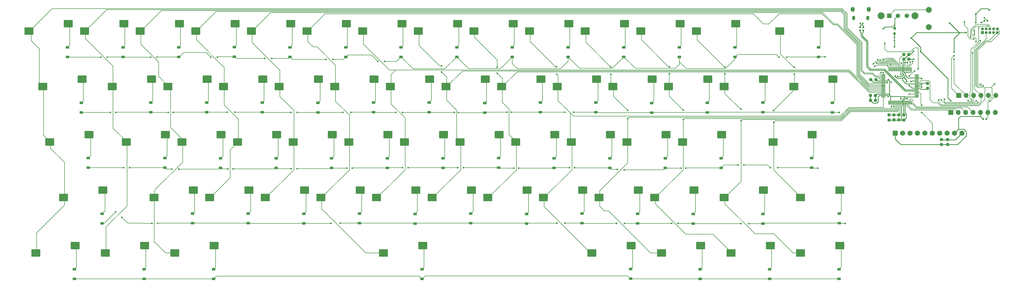
<source format=gbr>
%TF.GenerationSoftware,KiCad,Pcbnew,7.0.7*%
%TF.CreationDate,2023-10-31T18:53:21-05:00*%
%TF.ProjectId,KeyboardPCB,4b657962-6f61-4726-9450-43422e6b6963,rev?*%
%TF.SameCoordinates,Original*%
%TF.FileFunction,Copper,L2,Bot*%
%TF.FilePolarity,Positive*%
%FSLAX46Y46*%
G04 Gerber Fmt 4.6, Leading zero omitted, Abs format (unit mm)*
G04 Created by KiCad (PCBNEW 7.0.7) date 2023-10-31 18:53:21*
%MOMM*%
%LPD*%
G01*
G04 APERTURE LIST*
G04 Aperture macros list*
%AMRoundRect*
0 Rectangle with rounded corners*
0 $1 Rounding radius*
0 $2 $3 $4 $5 $6 $7 $8 $9 X,Y pos of 4 corners*
0 Add a 4 corners polygon primitive as box body*
4,1,4,$2,$3,$4,$5,$6,$7,$8,$9,$2,$3,0*
0 Add four circle primitives for the rounded corners*
1,1,$1+$1,$2,$3*
1,1,$1+$1,$4,$5*
1,1,$1+$1,$6,$7*
1,1,$1+$1,$8,$9*
0 Add four rect primitives between the rounded corners*
20,1,$1+$1,$2,$3,$4,$5,0*
20,1,$1+$1,$4,$5,$6,$7,0*
20,1,$1+$1,$6,$7,$8,$9,0*
20,1,$1+$1,$8,$9,$2,$3,0*%
G04 Aperture macros list end*
%TA.AperFunction,ComponentPad*%
%ADD10R,1.778000X1.778000*%
%TD*%
%TA.AperFunction,ComponentPad*%
%ADD11C,1.778000*%
%TD*%
%TA.AperFunction,SMDPad,CuDef*%
%ADD12RoundRect,0.200000X-1.340000X-1.050000X1.340000X-1.050000X1.340000X1.050000X-1.340000X1.050000X0*%
%TD*%
%TA.AperFunction,SMDPad,CuDef*%
%ADD13RoundRect,0.200000X-1.326500X-1.050000X1.326500X-1.050000X1.326500X1.050000X-1.326500X1.050000X0*%
%TD*%
%TA.AperFunction,SMDPad,CuDef*%
%ADD14RoundRect,0.201600X-1.338400X-1.058400X1.338400X-1.058400X1.338400X1.058400X-1.338400X1.058400X0*%
%TD*%
%TA.AperFunction,SMDPad,CuDef*%
%ADD15RoundRect,0.201600X-1.324900X-1.058400X1.324900X-1.058400X1.324900X1.058400X-1.324900X1.058400X0*%
%TD*%
%TA.AperFunction,ComponentPad*%
%ADD16R,1.700000X1.700000*%
%TD*%
%TA.AperFunction,ComponentPad*%
%ADD17O,1.700000X1.700000*%
%TD*%
%TA.AperFunction,ComponentPad*%
%ADD18R,1.000000X1.000000*%
%TD*%
%TA.AperFunction,ComponentPad*%
%ADD19O,1.000000X1.000000*%
%TD*%
%TA.AperFunction,ComponentPad*%
%ADD20R,1.515000X1.515000*%
%TD*%
%TA.AperFunction,ComponentPad*%
%ADD21C,1.515000*%
%TD*%
%TA.AperFunction,ComponentPad*%
%ADD22C,2.385000*%
%TD*%
%TA.AperFunction,ComponentPad*%
%ADD23O,1.350000X1.700000*%
%TD*%
%TA.AperFunction,ComponentPad*%
%ADD24O,1.100000X1.500000*%
%TD*%
%TA.AperFunction,SMDPad,CuDef*%
%ADD25RoundRect,0.225000X-0.375000X0.225000X-0.375000X-0.225000X0.375000X-0.225000X0.375000X0.225000X0*%
%TD*%
%TA.AperFunction,SMDPad,CuDef*%
%ADD26R,1.475000X0.300000*%
%TD*%
%TA.AperFunction,SMDPad,CuDef*%
%ADD27R,0.300000X1.475000*%
%TD*%
%TA.AperFunction,SMDPad,CuDef*%
%ADD28RoundRect,0.135000X-0.135000X-0.185000X0.135000X-0.185000X0.135000X0.185000X-0.135000X0.185000X0*%
%TD*%
%TA.AperFunction,SMDPad,CuDef*%
%ADD29RoundRect,0.237500X-0.237500X0.300000X-0.237500X-0.300000X0.237500X-0.300000X0.237500X0.300000X0*%
%TD*%
%TA.AperFunction,SMDPad,CuDef*%
%ADD30RoundRect,0.237500X0.237500X-0.300000X0.237500X0.300000X-0.237500X0.300000X-0.237500X-0.300000X0*%
%TD*%
%TA.AperFunction,SMDPad,CuDef*%
%ADD31RoundRect,0.135000X0.135000X0.185000X-0.135000X0.185000X-0.135000X-0.185000X0.135000X-0.185000X0*%
%TD*%
%TA.AperFunction,SMDPad,CuDef*%
%ADD32RoundRect,0.237500X-0.300000X-0.237500X0.300000X-0.237500X0.300000X0.237500X-0.300000X0.237500X0*%
%TD*%
%TA.AperFunction,SMDPad,CuDef*%
%ADD33RoundRect,0.135000X0.185000X-0.135000X0.185000X0.135000X-0.185000X0.135000X-0.185000X-0.135000X0*%
%TD*%
%TA.AperFunction,ComponentPad*%
%ADD34C,2.000000*%
%TD*%
%TA.AperFunction,SMDPad,CuDef*%
%ADD35RoundRect,0.237500X0.300000X0.237500X-0.300000X0.237500X-0.300000X-0.237500X0.300000X-0.237500X0*%
%TD*%
%TA.AperFunction,ViaPad*%
%ADD36C,0.600000*%
%TD*%
%TA.AperFunction,ViaPad*%
%ADD37C,1.000000*%
%TD*%
%TA.AperFunction,ViaPad*%
%ADD38C,0.950000*%
%TD*%
%TA.AperFunction,Conductor*%
%ADD39C,0.200000*%
%TD*%
%TA.AperFunction,Conductor*%
%ADD40C,0.254000*%
%TD*%
%TA.AperFunction,Conductor*%
%ADD41C,0.239500*%
%TD*%
%TA.AperFunction,Conductor*%
%ADD42C,0.177800*%
%TD*%
G04 APERTURE END LIST*
D10*
%TO.P,U3,1,LITE*%
%TO.N,/3V3*%
X658965000Y-216900000D03*
D11*
%TO.P,U3,2,MISO*%
%TO.N,/LCD_MISO*%
X661505000Y-216900000D03*
%TO.P,U3,3,SCK*%
%TO.N,/LCD_clk*%
X664045000Y-216900000D03*
%TO.P,U3,4,MOSI*%
%TO.N,/LCD_MOSI*%
X666585000Y-216900000D03*
%TO.P,U3,5,TFT_CS*%
%TO.N,/LCD_fs*%
X669125000Y-216900000D03*
%TO.P,U3,6,CARD_CS*%
%TO.N,/LCD_SD_Card*%
X671665000Y-216900000D03*
%TO.P,U3,7,D/C*%
%TO.N,/LCD_DC*%
X674205000Y-216900000D03*
%TO.P,U3,8,RESET*%
%TO.N,/LCD_Reset*%
X676745000Y-216900000D03*
%TO.P,U3,9,VCC*%
%TO.N,/3V3*%
X679285000Y-216900000D03*
%TO.P,U3,10,GND*%
%TO.N,GND*%
X681825000Y-216900000D03*
%TD*%
D12*
%TO.P,K39,1*%
%TO.N,/col10*%
X567035500Y-219964000D03*
D13*
%TO.P,K39,2*%
%TO.N,Net-(D53-K)*%
X580479000Y-217424000D03*
%TD*%
D12*
%TO.P,K4,1*%
%TO.N,/col3*%
X419398000Y-181864000D03*
D13*
%TO.P,K4,2*%
%TO.N,Net-(D16-K)*%
X432841500Y-179324000D03*
%TD*%
D12*
%TO.P,K38,1*%
%TO.N,/col9*%
X547985500Y-219964000D03*
D13*
%TO.P,K38,2*%
%TO.N,Net-(D48-K)*%
X561429000Y-217424000D03*
%TD*%
D12*
%TO.P,K32,1*%
%TO.N,/col3*%
X433685500Y-219964000D03*
D13*
%TO.P,K32,2*%
%TO.N,Net-(D18-K)*%
X447129000Y-217424000D03*
%TD*%
D14*
%TO.P,K56,1*%
%TO.N,/col1*%
X388444260Y-258074000D03*
D13*
%TO.P,K56,2*%
%TO.N,Net-(D10-K)*%
X401887760Y-255524000D03*
%TD*%
D12*
%TO.P,K50,1*%
%TO.N,/col9*%
X538460500Y-239014000D03*
D13*
%TO.P,K50,2*%
%TO.N,Net-(D49-K)*%
X551904000Y-236474000D03*
%TD*%
D12*
%TO.P,K46,1*%
%TO.N,/col5*%
X462260500Y-239014000D03*
D13*
%TO.P,K46,2*%
%TO.N,Net-(D29-K)*%
X475704000Y-236474000D03*
%TD*%
D12*
%TO.P,K17,1*%
%TO.N,/col2*%
X409873000Y-200914000D03*
D13*
%TO.P,K17,2*%
%TO.N,Net-(D12-K)*%
X423316500Y-198374000D03*
%TD*%
D12*
%TO.P,K14,1*%
%TO.N,/col13*%
X619423000Y-181864000D03*
D15*
%TO.P,K14,2*%
%TO.N,Net-(D66-K)*%
X632866500Y-179334000D03*
%TD*%
D12*
%TO.P,K2,1*%
%TO.N,/col1*%
X381298000Y-181864000D03*
D13*
%TO.P,K2,2*%
%TO.N,Net-(D6-K)*%
X394741500Y-179324000D03*
%TD*%
D12*
%TO.P,K48,1*%
%TO.N,/col7*%
X500360500Y-239014000D03*
D13*
%TO.P,K48,2*%
%TO.N,Net-(D39-K)*%
X513804000Y-236474000D03*
%TD*%
D16*
%TO.P,J3,1,Pin_1*%
%TO.N,/BGM220P_DEBUG_TX*%
X680673000Y-203979000D03*
D17*
%TO.P,J3,2,Pin_2*%
%TO.N,/BGM220P_DEBUG_RX*%
X683213000Y-203979000D03*
%TO.P,J3,3,Pin_3*%
%TO.N,/BLUETOOTH_RX*%
X685753000Y-203979000D03*
%TO.P,J3,4,Pin_4*%
%TO.N,/BLUETOOTH_TX*%
X688293000Y-203979000D03*
%TO.P,J3,5,Pin_5*%
%TO.N,/TM4C_DEBUG_TX*%
X690833000Y-203979000D03*
%TO.P,J3,6,Pin_6*%
%TO.N,/TM4C_DEBUG_RX*%
X693373000Y-203979000D03*
%TD*%
D12*
%TO.P,K23,1*%
%TO.N,/col8*%
X524173000Y-200914000D03*
D13*
%TO.P,K23,2*%
%TO.N,Net-(D42-K)*%
X537616500Y-198374000D03*
%TD*%
D12*
%TO.P,K1,1*%
%TO.N,/col0*%
X362248000Y-181864000D03*
D13*
%TO.P,K1,2*%
%TO.N,Net-(D1-K)*%
X375691500Y-179324000D03*
%TD*%
D12*
%TO.P,K31,1*%
%TO.N,/col2*%
X414635500Y-219964000D03*
D13*
%TO.P,K31,2*%
%TO.N,Net-(D13-K)*%
X428079000Y-217424000D03*
%TD*%
D12*
%TO.P,K51,1*%
%TO.N,/col10*%
X557510500Y-239014000D03*
D13*
%TO.P,K51,2*%
%TO.N,Net-(D54-K)*%
X570954000Y-236474000D03*
%TD*%
D14*
%TO.P,K54,1*%
%TO.N,/col13*%
X626508000Y-239024000D03*
D13*
%TO.P,K54,2*%
%TO.N,Net-(D69-K)*%
X639951500Y-236474000D03*
%TD*%
D14*
%TO.P,K61,1*%
%TO.N,/col11*%
X602695500Y-258074000D03*
D13*
%TO.P,K61,2*%
%TO.N,Net-(D60-K)*%
X616139000Y-255524000D03*
%TD*%
D12*
%TO.P,K29,1*%
%TO.N,/col0*%
X369393020Y-219964000D03*
D13*
%TO.P,K29,2*%
%TO.N,Net-(D3-K)*%
X382836520Y-217424000D03*
%TD*%
D12*
%TO.P,K33,1*%
%TO.N,/col4*%
X452735500Y-219964000D03*
D13*
%TO.P,K33,2*%
%TO.N,Net-(D23-K)*%
X466179000Y-217424000D03*
%TD*%
D12*
%TO.P,K8,1*%
%TO.N,/col7*%
X495598000Y-181864000D03*
D13*
%TO.P,K8,2*%
%TO.N,Net-(D36-K)*%
X509041500Y-179324000D03*
%TD*%
D12*
%TO.P,K44,1*%
%TO.N,/col3*%
X424160500Y-239014000D03*
D13*
%TO.P,K44,2*%
%TO.N,Net-(D19-K)*%
X437604000Y-236474000D03*
%TD*%
D12*
%TO.P,K3,1*%
%TO.N,/col2*%
X400348000Y-181864000D03*
D13*
%TO.P,K3,2*%
%TO.N,Net-(D11-K)*%
X413791500Y-179324000D03*
%TD*%
D12*
%TO.P,K5,1*%
%TO.N,/col4*%
X438448000Y-181864000D03*
D13*
%TO.P,K5,2*%
%TO.N,Net-(D21-K)*%
X451891500Y-179324000D03*
%TD*%
D12*
%TO.P,K10,1*%
%TO.N,/col9*%
X533698000Y-181864000D03*
D13*
%TO.P,K10,2*%
%TO.N,Net-(D46-K)*%
X547141500Y-179324000D03*
%TD*%
D12*
%TO.P,K28,1*%
%TO.N,/col13*%
X624185500Y-200914000D03*
D13*
%TO.P,K28,2*%
%TO.N,Net-(D67-K)*%
X637629000Y-198374000D03*
%TD*%
D12*
%TO.P,K7,1*%
%TO.N,/col6*%
X476548000Y-181864000D03*
D13*
%TO.P,K7,2*%
%TO.N,Net-(D31-K)*%
X489991500Y-179324000D03*
%TD*%
D14*
%TO.P,K59,1*%
%TO.N,/col9*%
X555070500Y-258074000D03*
D13*
%TO.P,K59,2*%
%TO.N,Net-(D50-K)*%
X568514000Y-255524000D03*
%TD*%
D12*
%TO.P,K11,1*%
%TO.N,/col10*%
X552748000Y-181864000D03*
D13*
%TO.P,K11,2*%
%TO.N,Net-(D51-K)*%
X566191500Y-179324000D03*
%TD*%
D12*
%TO.P,K18,1*%
%TO.N,/col3*%
X428923000Y-200914000D03*
D13*
%TO.P,K18,2*%
%TO.N,Net-(D17-K)*%
X442366500Y-198374000D03*
%TD*%
D12*
%TO.P,K40,1*%
%TO.N,/col11*%
X586085500Y-219964000D03*
D13*
%TO.P,K40,2*%
%TO.N,Net-(D58-K)*%
X599529000Y-217424000D03*
%TD*%
D12*
%TO.P,K16,1*%
%TO.N,/col1*%
X390823000Y-200914000D03*
D13*
%TO.P,K16,2*%
%TO.N,Net-(D7-K)*%
X404266500Y-198374000D03*
%TD*%
D12*
%TO.P,K6,1*%
%TO.N,/col5*%
X457498000Y-181864000D03*
D13*
%TO.P,K6,2*%
%TO.N,Net-(D26-K)*%
X470941500Y-179324000D03*
%TD*%
D12*
%TO.P,K37,1*%
%TO.N,/col8*%
X528935500Y-219964000D03*
D13*
%TO.P,K37,2*%
%TO.N,Net-(D43-K)*%
X542379000Y-217424000D03*
%TD*%
D12*
%TO.P,K35,1*%
%TO.N,/col6*%
X490835500Y-219964000D03*
D13*
%TO.P,K35,2*%
%TO.N,Net-(D33-K)*%
X504279000Y-217424000D03*
%TD*%
D12*
%TO.P,K21,1*%
%TO.N,/col6*%
X486073000Y-200914000D03*
D13*
%TO.P,K21,2*%
%TO.N,Net-(D32-K)*%
X499516500Y-198374000D03*
%TD*%
D12*
%TO.P,K13,1*%
%TO.N,/col12*%
X590848000Y-181864000D03*
D13*
%TO.P,K13,2*%
%TO.N,Net-(D61-K)*%
X604291500Y-179324000D03*
%TD*%
D12*
%TO.P,K53,1*%
%TO.N,/col12*%
X600373000Y-239014000D03*
D13*
%TO.P,K53,2*%
%TO.N,Net-(D64-K)*%
X613816500Y-236474000D03*
%TD*%
D14*
%TO.P,K58,1*%
%TO.N,/col5*%
X483685500Y-258074000D03*
D13*
%TO.P,K58,2*%
%TO.N,Net-(D30-K)*%
X497129000Y-255524000D03*
%TD*%
D12*
%TO.P,K19,1*%
%TO.N,/col4*%
X447973000Y-200914000D03*
D13*
%TO.P,K19,2*%
%TO.N,Net-(D22-K)*%
X461416500Y-198374000D03*
%TD*%
D12*
%TO.P,K47,1*%
%TO.N,/col6*%
X481310500Y-239014000D03*
D13*
%TO.P,K47,2*%
%TO.N,Net-(D34-K)*%
X494754000Y-236474000D03*
%TD*%
D18*
%TO.P,J4,1,Pin_1*%
%TO.N,/3V3*%
X688793000Y-182349000D03*
D19*
%TO.P,J4,2,Pin_2*%
%TO.N,GND*%
X688793000Y-181079000D03*
%TO.P,J4,3,Pin_3*%
%TO.N,/~{RESET}*%
X690063000Y-182349000D03*
%TO.P,J4,4,Pin_4*%
%TO.N,unconnected-(J4-Pin_4-Pad4)*%
X690063000Y-181079000D03*
%TO.P,J4,5,Pin_5*%
%TO.N,unconnected-(J4-Pin_5-Pad5)*%
X691333000Y-182349000D03*
%TO.P,J4,6,Pin_6*%
%TO.N,/BGM_SWO*%
X691333000Y-181079000D03*
%TO.P,J4,7,Pin_7*%
%TO.N,/BGM_SWDIO*%
X692603000Y-182349000D03*
%TO.P,J4,8,Pin_8*%
%TO.N,/BGM_SWCLK*%
X692603000Y-181079000D03*
%TO.P,J4,9,Pin_9*%
%TO.N,/PTI_DFRAME*%
X693873000Y-182349000D03*
%TO.P,J4,10,Pin_10*%
%TO.N,/PTI_DOUT*%
X693873000Y-181079000D03*
%TD*%
D12*
%TO.P,K36,1*%
%TO.N,/col7*%
X509885500Y-219964000D03*
D13*
%TO.P,K36,2*%
%TO.N,Net-(D38-K)*%
X523329000Y-217424000D03*
%TD*%
D12*
%TO.P,K30,1*%
%TO.N,/col1*%
X395585500Y-219964000D03*
D13*
%TO.P,K30,2*%
%TO.N,Net-(D8-K)*%
X409029000Y-217424000D03*
%TD*%
D12*
%TO.P,K15,1*%
%TO.N,/col0*%
X367010500Y-200914000D03*
D13*
%TO.P,K15,2*%
%TO.N,Net-(D2-K)*%
X380454000Y-198374000D03*
%TD*%
D14*
%TO.P,K41,1*%
%TO.N,/col13*%
X617073500Y-219974000D03*
D13*
%TO.P,K41,2*%
%TO.N,Net-(D68-K)*%
X630517000Y-217424000D03*
%TD*%
D16*
%TO.P,J2,1,Pin_1*%
%TO.N,/JTAG_SWCLK_TCLK*%
X678000000Y-209800000D03*
D17*
%TO.P,J2,2,Pin_2*%
%TO.N,/JTAG_SWDIO_TMS*%
X680540000Y-209800000D03*
%TO.P,J2,3,Pin_3*%
%TO.N,/JTAG_SWO_TDO*%
X683080000Y-209800000D03*
%TO.P,J2,4,Pin_4*%
%TO.N,/JTAG_TDI*%
X685620000Y-209800000D03*
%TO.P,J2,5,Pin_5*%
%TO.N,/3V3*%
X688160000Y-209800000D03*
%TO.P,J2,6,Pin_6*%
%TO.N,/~{RESET}*%
X690700000Y-209800000D03*
%TO.P,J2,7,Pin_7*%
%TO.N,GND*%
X693240000Y-209800000D03*
%TD*%
D12*
%TO.P,K45,1*%
%TO.N,/col4*%
X443210500Y-239014000D03*
D13*
%TO.P,K45,2*%
%TO.N,Net-(D24-K)*%
X456654000Y-236474000D03*
%TD*%
D12*
%TO.P,K22,1*%
%TO.N,/col7*%
X505123000Y-200914000D03*
D13*
%TO.P,K22,2*%
%TO.N,Net-(D37-K)*%
X518566500Y-198374000D03*
%TD*%
D12*
%TO.P,K20,1*%
%TO.N,/col5*%
X467023000Y-200914000D03*
D13*
%TO.P,K20,2*%
%TO.N,Net-(D27-K)*%
X480466500Y-198374000D03*
%TD*%
D14*
%TO.P,K42,1*%
%TO.N,/col0*%
X374155520Y-239024000D03*
D13*
%TO.P,K42,2*%
%TO.N,Net-(D4-K)*%
X387599020Y-236474000D03*
%TD*%
D14*
%TO.P,K62,1*%
%TO.N,/col12*%
X626508000Y-258074000D03*
D13*
%TO.P,K62,2*%
%TO.N,Net-(D65-K)*%
X639951500Y-255524000D03*
%TD*%
D12*
%TO.P,K49,1*%
%TO.N,/col8*%
X519410500Y-239014000D03*
D13*
%TO.P,K49,2*%
%TO.N,Net-(D44-K)*%
X532854000Y-236474000D03*
%TD*%
D12*
%TO.P,K43,1*%
%TO.N,/col2*%
X405110500Y-239014000D03*
D13*
%TO.P,K43,2*%
%TO.N,Net-(D14-K)*%
X418554000Y-236474000D03*
%TD*%
D12*
%TO.P,K52,1*%
%TO.N,/col11*%
X576560500Y-239014000D03*
D13*
%TO.P,K52,2*%
%TO.N,Net-(D59-K)*%
X590004000Y-236474000D03*
%TD*%
D12*
%TO.P,K25,1*%
%TO.N,/col10*%
X562273000Y-200914000D03*
D13*
%TO.P,K25,2*%
%TO.N,Net-(D52-K)*%
X575716500Y-198374000D03*
%TD*%
D20*
%TO.P,SW2,1,A*%
%TO.N,Net-(J5-Pin_1)*%
X656873000Y-176579000D03*
D21*
%TO.P,SW2,2,B*%
%TO.N,/VBAT*%
X659873000Y-176579000D03*
%TO.P,SW2,3,C*%
%TO.N,GND*%
X662873000Y-176579000D03*
D22*
%TO.P,SW2,MH1*%
%TO.N,N/C*%
X654073000Y-176579000D03*
%TO.P,SW2,MH2*%
X665673000Y-176579000D03*
%TD*%
D14*
%TO.P,K57,1*%
%TO.N,/col2*%
X412258000Y-258074000D03*
D13*
%TO.P,K57,2*%
%TO.N,Net-(D15-K)*%
X425701500Y-255524000D03*
%TD*%
D23*
%TO.P,J1,6,Shield*%
%TO.N,GND*%
X649855000Y-174399000D03*
D24*
X649545000Y-177399000D03*
X644705000Y-177399000D03*
D23*
X644395000Y-174399000D03*
%TD*%
D12*
%TO.P,K26,1*%
%TO.N,/col11*%
X581323000Y-200914000D03*
D13*
%TO.P,K26,2*%
%TO.N,Net-(D57-K)*%
X594766500Y-198374000D03*
%TD*%
D12*
%TO.P,K34,1*%
%TO.N,/col5*%
X471785500Y-219964000D03*
D13*
%TO.P,K34,2*%
%TO.N,Net-(D28-K)*%
X485229000Y-217424000D03*
%TD*%
D12*
%TO.P,K27,1*%
%TO.N,/col12*%
X600373000Y-200914000D03*
D13*
%TO.P,K27,2*%
%TO.N,Net-(D62-K)*%
X613816500Y-198374000D03*
%TD*%
D12*
%TO.P,K24,1*%
%TO.N,/col9*%
X543223000Y-200914000D03*
D13*
%TO.P,K24,2*%
%TO.N,Net-(D47-K)*%
X556666500Y-198374000D03*
%TD*%
D14*
%TO.P,K55,1*%
%TO.N,/col0*%
X364630520Y-258074000D03*
D13*
%TO.P,K55,2*%
%TO.N,Net-(D5-K)*%
X378074020Y-255524000D03*
%TD*%
D14*
%TO.P,K60,1*%
%TO.N,/col10*%
X578883000Y-258074000D03*
D13*
%TO.P,K60,2*%
%TO.N,Net-(D55-K)*%
X592326500Y-255524000D03*
%TD*%
D12*
%TO.P,K12,1*%
%TO.N,/col11*%
X571798000Y-181864000D03*
D13*
%TO.P,K12,2*%
%TO.N,Net-(D56-K)*%
X585241500Y-179324000D03*
%TD*%
D12*
%TO.P,K9,1*%
%TO.N,/col8*%
X514648000Y-181864000D03*
D13*
%TO.P,K9,2*%
%TO.N,Net-(D41-K)*%
X528091500Y-179324000D03*
%TD*%
D25*
%TO.P,D8,1,K*%
%TO.N,Net-(D8-K)*%
X408800000Y-225450000D03*
%TO.P,D8,2,A*%
%TO.N,/row2*%
X408800000Y-228750000D03*
%TD*%
D26*
%TO.P,U1,1,PB6*%
%TO.N,/col9*%
X654862000Y-204450000D03*
%TO.P,U1,2,VDDA*%
%TO.N,/3V3*%
X654862000Y-203950000D03*
%TO.P,U1,3,GNDA*%
%TO.N,GND*%
X654862000Y-203450000D03*
%TO.P,U1,4,PB7*%
%TO.N,/col8*%
X654862000Y-202950000D03*
%TO.P,U1,5,PF4*%
%TO.N,/col7*%
X654862000Y-202450000D03*
%TO.P,U1,6,PE3*%
%TO.N,/col6*%
X654862000Y-201950000D03*
%TO.P,U1,7,PE2*%
%TO.N,/col5*%
X654862000Y-201450000D03*
%TO.P,U1,8,PE1*%
%TO.N,/col4*%
X654862000Y-200950000D03*
%TO.P,U1,9,PE0*%
%TO.N,/col3*%
X654862000Y-200450000D03*
%TO.P,U1,10,PD7*%
%TO.N,/col2*%
X654862000Y-199950000D03*
%TO.P,U1,11,VDD*%
%TO.N,/3V3*%
X654862000Y-199450000D03*
%TO.P,U1,12,GND*%
%TO.N,GND*%
X654862000Y-198950000D03*
%TO.P,U1,13,PC7*%
%TO.N,/col1*%
X654862000Y-198450000D03*
%TO.P,U1,14,PC6*%
%TO.N,/col0*%
X654862000Y-197950000D03*
%TO.P,U1,15,PC5*%
%TO.N,/BLUETOOTH_TX*%
X654862000Y-197450000D03*
%TO.P,U1,16,PC4*%
%TO.N,/BLUETOOTH_RX*%
X654862000Y-196950000D03*
D27*
%TO.P,U1,17,PA0_U0Rx*%
%TO.N,/TM4C_DEBUG_RX*%
X656850000Y-194962000D03*
%TO.P,U1,18,PA1_U0Tx*%
%TO.N,/TM4C_DEBUG_TX*%
X657350000Y-194962000D03*
%TO.P,U1,19,PA2_SSI0Clk*%
%TO.N,/LCD_clk*%
X657850000Y-194962000D03*
%TO.P,U1,20,PA3_SSI0Fss*%
%TO.N,/LCD_fs*%
X658350000Y-194962000D03*
%TO.P,U1,21,PA4_SSI0Rx*%
%TO.N,/LCD_MISO*%
X658850000Y-194962000D03*
%TO.P,U1,22,PA5_SSI0Tx*%
%TO.N,/LCD_MOSI*%
X659350000Y-194962000D03*
%TO.P,U1,23,PA6*%
%TO.N,/LCD_DC*%
X659850000Y-194962000D03*
%TO.P,U1,24,PA7*%
%TO.N,/LCD_Reset*%
X660350000Y-194962000D03*
%TO.P,U1,25,VDDC*%
%TO.N,Net-(C11-Pad1)*%
X660850000Y-194962000D03*
%TO.P,U1,26,VDD*%
%TO.N,/3V3*%
X661350000Y-194962000D03*
%TO.P,U1,27,GND*%
%TO.N,GND*%
X661850000Y-194962000D03*
%TO.P,U1,28,PF0*%
%TO.N,/row3*%
X662350000Y-194962000D03*
%TO.P,U1,29,PF1*%
%TO.N,/row2*%
X662850000Y-194962000D03*
%TO.P,U1,30,PF2*%
%TO.N,/row1*%
X663350000Y-194962000D03*
%TO.P,U1,31,PF3*%
%TO.N,/row0*%
X663850000Y-194962000D03*
%TO.P,U1,32,WAKE_N*%
%TO.N,GND*%
X664350000Y-194962000D03*
D26*
%TO.P,U1,33,HIB_N*%
%TO.N,unconnected-(U1-HIB_N-Pad33)*%
X666338000Y-196950000D03*
%TO.P,U1,34,XOSC0*%
%TO.N,GND*%
X666338000Y-197450000D03*
%TO.P,U1,35,GNDX*%
X666338000Y-197950000D03*
%TO.P,U1,36,XOSC1*%
%TO.N,unconnected-(U1-XOSC1-Pad36)*%
X666338000Y-198450000D03*
%TO.P,U1,37,VBAT*%
%TO.N,/3V3*%
X666338000Y-198950000D03*
%TO.P,U1,38,RST_N*%
%TO.N,/~{RESET}*%
X666338000Y-199450000D03*
%TO.P,U1,39,GND*%
%TO.N,GND*%
X666338000Y-199950000D03*
%TO.P,U1,40,OSC0*%
%TO.N,Net-(U1-OSC0)*%
X666338000Y-200450000D03*
%TO.P,U1,41,OSC1*%
%TO.N,Net-(U1-OSC1)*%
X666338000Y-200950000D03*
%TO.P,U1,42,VDD*%
%TO.N,/3V3*%
X666338000Y-201450000D03*
%TO.P,U1,43,PD4*%
%TO.N,Net-(U1-PD4)*%
X666338000Y-201950000D03*
%TO.P,U1,44,PD5*%
%TO.N,Net-(U1-PD5)*%
X666338000Y-202450000D03*
%TO.P,U1,45,PB0_USB0VID*%
%TO.N,/LCD_SD_Card*%
X666338000Y-202950000D03*
%TO.P,U1,46,PB1_USB0VBUS*%
%TO.N,Net-(U1-PB1_USB0VBUS)*%
X666338000Y-203450000D03*
%TO.P,U1,47,PB2_I2C0SCL*%
%TO.N,GND*%
X666338000Y-203950000D03*
%TO.P,U1,48,PB3_I2C0SDA*%
X666338000Y-204450000D03*
D27*
%TO.P,U1,49,PC3_TDO_SWO*%
%TO.N,/JTAG_SWO_TDO*%
X664350000Y-206438000D03*
%TO.P,U1,50,PC2_TDI*%
%TO.N,/JTAG_TDI*%
X663850000Y-206438000D03*
%TO.P,U1,51,PC1_TMS_SWDIO*%
%TO.N,/JTAG_SWDIO_TMS*%
X663350000Y-206438000D03*
%TO.P,U1,52,PC0_TCK_SWCLK*%
%TO.N,/JTAG_SWCLK_TCLK*%
X662850000Y-206438000D03*
%TO.P,U1,53,PD6*%
%TO.N,GND*%
X662350000Y-206438000D03*
%TO.P,U1,54,VDD*%
%TO.N,/3V3*%
X661850000Y-206438000D03*
%TO.P,U1,55,GND*%
%TO.N,GND*%
X661350000Y-206438000D03*
%TO.P,U1,56,VDDC*%
%TO.N,Net-(C11-Pad1)*%
X660850000Y-206438000D03*
%TO.P,U1,57,PB5*%
%TO.N,/col13*%
X660350000Y-206438000D03*
%TO.P,U1,58,PB4*%
%TO.N,/col12*%
X659850000Y-206438000D03*
%TO.P,U1,59,PE4*%
%TO.N,/col11*%
X659350000Y-206438000D03*
%TO.P,U1,60,PE5*%
%TO.N,/col10*%
X658850000Y-206438000D03*
%TO.P,U1,61,PD0*%
%TO.N,/EM4_WAKEUP*%
X658350000Y-206438000D03*
%TO.P,U1,62,PD1*%
%TO.N,/~{CAPS_LOCK_LED}*%
X657850000Y-206438000D03*
%TO.P,U1,63,PD2*%
%TO.N,GND*%
X657350000Y-206438000D03*
%TO.P,U1,64,PD3*%
X656850000Y-206438000D03*
%TD*%
D25*
%TO.P,D30,1,K*%
%TO.N,Net-(D30-K)*%
X496900000Y-263650000D03*
%TO.P,D30,2,A*%
%TO.N,/row4*%
X496900000Y-266950000D03*
%TD*%
%TO.P,D16,1,K*%
%TO.N,Net-(D16-K)*%
X432600000Y-187350000D03*
%TO.P,D16,2,A*%
%TO.N,/row0*%
X432600000Y-190650000D03*
%TD*%
%TO.P,D21,1,K*%
%TO.N,Net-(D21-K)*%
X451700000Y-187450000D03*
%TO.P,D21,2,A*%
%TO.N,/row0*%
X451700000Y-190750000D03*
%TD*%
%TO.P,D44,1,K*%
%TO.N,Net-(D44-K)*%
X532700000Y-244650000D03*
%TO.P,D44,2,A*%
%TO.N,/row3*%
X532700000Y-247950000D03*
%TD*%
%TO.P,D61,1,K*%
%TO.N,Net-(D61-K)*%
X604100000Y-187450000D03*
%TO.P,D61,2,A*%
%TO.N,/row0*%
X604100000Y-190750000D03*
%TD*%
D28*
%TO.P,R9,1*%
%TO.N,/~{CAPS_LOCK_LED}*%
X689463000Y-178279000D03*
%TO.P,R9,2*%
%TO.N,Net-(D9-K)*%
X690483000Y-178279000D03*
%TD*%
D25*
%TO.P,D11,1,K*%
%TO.N,Net-(D11-K)*%
X413600000Y-187450000D03*
%TO.P,D11,2,A*%
%TO.N,/row0*%
X413600000Y-190750000D03*
%TD*%
D29*
%TO.P,C11,1*%
%TO.N,Net-(C11-Pad1)*%
X656800000Y-210675000D03*
%TO.P,C11,2*%
%TO.N,GND*%
X656800000Y-212400000D03*
%TD*%
D25*
%TO.P,D64,1,K*%
%TO.N,Net-(D64-K)*%
X613600000Y-244650000D03*
%TO.P,D64,2,A*%
%TO.N,/row3*%
X613600000Y-247950000D03*
%TD*%
%TO.P,D13,1,K*%
%TO.N,Net-(D13-K)*%
X427900000Y-225550000D03*
%TO.P,D13,2,A*%
%TO.N,/row2*%
X427900000Y-228850000D03*
%TD*%
%TO.P,D1,1,K*%
%TO.N,Net-(D1-K)*%
X375500000Y-187450000D03*
%TO.P,D1,2,A*%
%TO.N,/row0*%
X375500000Y-190750000D03*
%TD*%
%TO.P,D39,1,K*%
%TO.N,Net-(D39-K)*%
X513600000Y-244550000D03*
%TO.P,D39,2,A*%
%TO.N,/row3*%
X513600000Y-247850000D03*
%TD*%
D30*
%TO.P,C4,1*%
%TO.N,/3V3*%
X670000000Y-201500000D03*
%TO.P,C4,2*%
%TO.N,GND*%
X670000000Y-199775000D03*
%TD*%
D25*
%TO.P,D48,1,K*%
%TO.N,Net-(D48-K)*%
X561200000Y-225550000D03*
%TO.P,D48,2,A*%
%TO.N,/row2*%
X561200000Y-228850000D03*
%TD*%
%TO.P,D22,1,K*%
%TO.N,Net-(D22-K)*%
X461200000Y-206500000D03*
%TO.P,D22,2,A*%
%TO.N,/row1*%
X461200000Y-209800000D03*
%TD*%
%TO.P,D49,1,K*%
%TO.N,Net-(D49-K)*%
X551700000Y-244550000D03*
%TO.P,D49,2,A*%
%TO.N,/row3*%
X551700000Y-247850000D03*
%TD*%
%TO.P,D6,1,K*%
%TO.N,Net-(D6-K)*%
X394500000Y-187450000D03*
%TO.P,D6,2,A*%
%TO.N,/row0*%
X394500000Y-190750000D03*
%TD*%
%TO.P,D62,1,K*%
%TO.N,Net-(D62-K)*%
X613600000Y-206450000D03*
%TO.P,D62,2,A*%
%TO.N,/row1*%
X613600000Y-209750000D03*
%TD*%
%TO.P,D27,1,K*%
%TO.N,Net-(D27-K)*%
X480300000Y-206450000D03*
%TO.P,D27,2,A*%
%TO.N,/row1*%
X480300000Y-209750000D03*
%TD*%
%TO.P,D34,1,K*%
%TO.N,Net-(D34-K)*%
X494500000Y-244650000D03*
%TO.P,D34,2,A*%
%TO.N,/row3*%
X494500000Y-247950000D03*
%TD*%
%TO.P,D31,1,K*%
%TO.N,Net-(D31-K)*%
X489700000Y-187450000D03*
%TO.P,D31,2,A*%
%TO.N,/row0*%
X489700000Y-190750000D03*
%TD*%
D31*
%TO.P,R1,1*%
%TO.N,/~{RESET}*%
X690120000Y-212100000D03*
%TO.P,R1,2*%
%TO.N,/3V3*%
X689100000Y-212100000D03*
%TD*%
D25*
%TO.P,D19,1,K*%
%TO.N,Net-(D19-K)*%
X437400000Y-244550000D03*
%TO.P,D19,2,A*%
%TO.N,/row3*%
X437400000Y-247850000D03*
%TD*%
%TO.P,D54,1,K*%
%TO.N,Net-(D54-K)*%
X570700000Y-244600000D03*
%TO.P,D54,2,A*%
%TO.N,/row3*%
X570700000Y-247900000D03*
%TD*%
%TO.P,D53,1,K*%
%TO.N,Net-(D53-K)*%
X580200000Y-225550000D03*
%TO.P,D53,2,A*%
%TO.N,/row2*%
X580200000Y-228850000D03*
%TD*%
%TO.P,D59,1,K*%
%TO.N,Net-(D59-K)*%
X589800000Y-244650000D03*
%TO.P,D59,2,A*%
%TO.N,/row3*%
X589800000Y-247950000D03*
%TD*%
%TO.P,D4,1,K*%
%TO.N,Net-(D4-K)*%
X387300000Y-244600000D03*
%TO.P,D4,2,A*%
%TO.N,/row3*%
X387300000Y-247900000D03*
%TD*%
%TO.P,D23,1,K*%
%TO.N,Net-(D23-K)*%
X465900000Y-225550000D03*
%TO.P,D23,2,A*%
%TO.N,/row2*%
X465900000Y-228850000D03*
%TD*%
%TO.P,D10,1,K*%
%TO.N,Net-(D10-K)*%
X401700000Y-263650000D03*
%TO.P,D10,2,A*%
%TO.N,/row4*%
X401700000Y-266950000D03*
%TD*%
D32*
%TO.P,C1,1*%
%TO.N,/3V3*%
X650450000Y-205675000D03*
%TO.P,C1,2*%
%TO.N,GND*%
X652175000Y-205675000D03*
%TD*%
D25*
%TO.P,D14,1,K*%
%TO.N,Net-(D14-K)*%
X418300000Y-244550000D03*
%TO.P,D14,2,A*%
%TO.N,/row3*%
X418300000Y-247850000D03*
%TD*%
D30*
%TO.P,C7,1*%
%TO.N,/3V3*%
X676900000Y-220800000D03*
%TO.P,C7,2*%
%TO.N,GND*%
X676900000Y-219075000D03*
%TD*%
D32*
%TO.P,C2,1*%
%TO.N,/3V3*%
X650575000Y-198500000D03*
%TO.P,C2,2*%
%TO.N,GND*%
X652300000Y-198500000D03*
%TD*%
D25*
%TO.P,D56,1,K*%
%TO.N,Net-(D56-K)*%
X585000000Y-187450000D03*
%TO.P,D56,2,A*%
%TO.N,/row0*%
X585000000Y-190750000D03*
%TD*%
%TO.P,D51,1,K*%
%TO.N,Net-(D51-K)*%
X566000000Y-187450000D03*
%TO.P,D51,2,A*%
%TO.N,/row0*%
X566000000Y-190750000D03*
%TD*%
%TO.P,D17,1,K*%
%TO.N,Net-(D17-K)*%
X442200000Y-206400000D03*
%TO.P,D17,2,A*%
%TO.N,/row1*%
X442200000Y-209700000D03*
%TD*%
%TO.P,D55,1,K*%
%TO.N,Net-(D55-K)*%
X592100000Y-263650000D03*
%TO.P,D55,2,A*%
%TO.N,/row4*%
X592100000Y-266950000D03*
%TD*%
%TO.P,D41,1,K*%
%TO.N,Net-(D41-K)*%
X527800000Y-187450000D03*
%TO.P,D41,2,A*%
%TO.N,/row0*%
X527800000Y-190750000D03*
%TD*%
%TO.P,D29,1,K*%
%TO.N,Net-(D29-K)*%
X475500000Y-244550000D03*
%TO.P,D29,2,A*%
%TO.N,/row3*%
X475500000Y-247850000D03*
%TD*%
%TO.P,D32,1,K*%
%TO.N,Net-(D32-K)*%
X499300000Y-206450000D03*
%TO.P,D32,2,A*%
%TO.N,/row1*%
X499300000Y-209750000D03*
%TD*%
%TO.P,D12,1,K*%
%TO.N,Net-(D12-K)*%
X423100000Y-206450000D03*
%TO.P,D12,2,A*%
%TO.N,/row1*%
X423100000Y-209750000D03*
%TD*%
%TO.P,D15,1,K*%
%TO.N,Net-(D15-K)*%
X425500000Y-263650000D03*
%TO.P,D15,2,A*%
%TO.N,/row4*%
X425500000Y-266950000D03*
%TD*%
%TO.P,D28,1,K*%
%TO.N,Net-(D28-K)*%
X485000000Y-225550000D03*
%TO.P,D28,2,A*%
%TO.N,/row2*%
X485000000Y-228850000D03*
%TD*%
D33*
%TO.P,R3,2*%
%TO.N,Net-(J1-D-)*%
X648000000Y-180590000D03*
%TO.P,R3,1*%
%TO.N,Net-(U1-PD4)*%
X648000000Y-181610000D03*
%TD*%
D25*
%TO.P,D2,1,K*%
%TO.N,Net-(D2-K)*%
X380200000Y-206500000D03*
%TO.P,D2,2,A*%
%TO.N,/row1*%
X380200000Y-209800000D03*
%TD*%
D33*
%TO.P,R4,2*%
%TO.N,Net-(J1-D+)*%
X646900000Y-180590000D03*
%TO.P,R4,1*%
%TO.N,Net-(U1-PD5)*%
X646900000Y-181610000D03*
%TD*%
D25*
%TO.P,D33,1,K*%
%TO.N,Net-(D33-K)*%
X504100000Y-225550000D03*
%TO.P,D33,2,A*%
%TO.N,/row2*%
X504100000Y-228850000D03*
%TD*%
D29*
%TO.P,C5,1*%
%TO.N,/3V3*%
X661900000Y-210675000D03*
%TO.P,C5,2*%
%TO.N,GND*%
X661900000Y-212400000D03*
%TD*%
D25*
%TO.P,D24,1,K*%
%TO.N,Net-(D24-K)*%
X456400000Y-244600000D03*
%TO.P,D24,2,A*%
%TO.N,/row3*%
X456400000Y-247900000D03*
%TD*%
%TO.P,D57,1,K*%
%TO.N,Net-(D57-K)*%
X594600000Y-206500000D03*
%TO.P,D57,2,A*%
%TO.N,/row1*%
X594600000Y-209800000D03*
%TD*%
D30*
%TO.P,C6,1*%
%TO.N,/3V3*%
X674800000Y-220825000D03*
%TO.P,C6,2*%
%TO.N,GND*%
X674800000Y-219100000D03*
%TD*%
D25*
%TO.P,D3,1,K*%
%TO.N,Net-(D3-K)*%
X382600000Y-225450000D03*
%TO.P,D3,2,A*%
%TO.N,/row2*%
X382600000Y-228750000D03*
%TD*%
%TO.P,D58,1,K*%
%TO.N,Net-(D58-K)*%
X599300000Y-225550000D03*
%TO.P,D58,2,A*%
%TO.N,/row2*%
X599300000Y-228850000D03*
%TD*%
D34*
%TO.P,J5,1,Pin_1*%
%TO.N,Net-(J5-Pin_1)*%
X670473000Y-174600000D03*
%TD*%
D25*
%TO.P,D68,1,K*%
%TO.N,Net-(D68-K)*%
X630300000Y-225500000D03*
%TO.P,D68,2,A*%
%TO.N,/row2*%
X630300000Y-228800000D03*
%TD*%
%TO.P,D36,1,K*%
%TO.N,Net-(D36-K)*%
X508800000Y-187450000D03*
%TO.P,D36,2,A*%
%TO.N,/row0*%
X508800000Y-190750000D03*
%TD*%
D29*
%TO.P,C12,1*%
%TO.N,Net-(C11-Pad1)*%
X658500000Y-210637500D03*
%TO.P,C12,2*%
%TO.N,GND*%
X658500000Y-212362500D03*
%TD*%
D25*
%TO.P,D60,1,K*%
%TO.N,Net-(D60-K)*%
X615900000Y-263650000D03*
%TO.P,D60,2,A*%
%TO.N,/row4*%
X615900000Y-266950000D03*
%TD*%
D29*
%TO.P,C13,1*%
%TO.N,Net-(C11-Pad1)*%
X660200000Y-210637500D03*
%TO.P,C13,2*%
%TO.N,GND*%
X660200000Y-212362500D03*
%TD*%
D25*
%TO.P,D47,1,K*%
%TO.N,Net-(D47-K)*%
X556400000Y-206450000D03*
%TO.P,D47,2,A*%
%TO.N,/row1*%
X556400000Y-209750000D03*
%TD*%
%TO.P,D65,1,K*%
%TO.N,Net-(D65-K)*%
X639700000Y-263650000D03*
%TO.P,D65,2,A*%
%TO.N,/row4*%
X639700000Y-266950000D03*
%TD*%
%TO.P,D26,1,K*%
%TO.N,Net-(D26-K)*%
X470800000Y-187450000D03*
%TO.P,D26,2,A*%
%TO.N,/row0*%
X470800000Y-190750000D03*
%TD*%
D32*
%TO.P,C14,1*%
%TO.N,Net-(C11-Pad1)*%
X661875000Y-189900000D03*
%TO.P,C14,2*%
%TO.N,GND*%
X663600000Y-189900000D03*
%TD*%
D25*
%TO.P,D67,1,K*%
%TO.N,Net-(D67-K)*%
X637400000Y-206500000D03*
%TO.P,D67,2,A*%
%TO.N,/row1*%
X637400000Y-209800000D03*
%TD*%
%TO.P,D37,1,K*%
%TO.N,Net-(D37-K)*%
X518400000Y-206550000D03*
%TO.P,D37,2,A*%
%TO.N,/row1*%
X518400000Y-209850000D03*
%TD*%
%TO.P,D18,1,K*%
%TO.N,Net-(D18-K)*%
X446900000Y-225550000D03*
%TO.P,D18,2,A*%
%TO.N,/row2*%
X446900000Y-228850000D03*
%TD*%
%TO.P,D5,1,K*%
%TO.N,Net-(D5-K)*%
X377800000Y-263650000D03*
%TO.P,D5,2,A*%
%TO.N,/row4*%
X377800000Y-266950000D03*
%TD*%
%TO.P,D50,1,K*%
%TO.N,Net-(D50-K)*%
X568300000Y-263600000D03*
%TO.P,D50,2,A*%
%TO.N,/row4*%
X568300000Y-266900000D03*
%TD*%
D35*
%TO.P,C3,1*%
%TO.N,/3V3*%
X663625000Y-191500000D03*
%TO.P,C3,2*%
%TO.N,GND*%
X661900000Y-191500000D03*
%TD*%
D34*
%TO.P,J6,1,Pin_1*%
%TO.N,GND*%
X670473000Y-180500000D03*
%TD*%
D25*
%TO.P,D52,1,K*%
%TO.N,Net-(D52-K)*%
X575500000Y-206550000D03*
%TO.P,D52,2,A*%
%TO.N,/row1*%
X575500000Y-209850000D03*
%TD*%
%TO.P,D69,1,K*%
%TO.N,Net-(D69-K)*%
X639800000Y-244550000D03*
%TO.P,D69,2,A*%
%TO.N,/row3*%
X639800000Y-247850000D03*
%TD*%
%TO.P,D7,1,K*%
%TO.N,Net-(D7-K)*%
X404000000Y-206450000D03*
%TO.P,D7,2,A*%
%TO.N,/row1*%
X404000000Y-209750000D03*
%TD*%
%TO.P,D42,1,K*%
%TO.N,Net-(D42-K)*%
X537400000Y-206450000D03*
%TO.P,D42,2,A*%
%TO.N,/row1*%
X537400000Y-209750000D03*
%TD*%
%TO.P,D66,1,K*%
%TO.N,Net-(D66-K)*%
X632700000Y-187450000D03*
%TO.P,D66,2,A*%
%TO.N,/row0*%
X632700000Y-190750000D03*
%TD*%
%TO.P,D43,1,K*%
%TO.N,Net-(D43-K)*%
X542100000Y-225550000D03*
%TO.P,D43,2,A*%
%TO.N,/row2*%
X542100000Y-228850000D03*
%TD*%
%TO.P,D38,1,K*%
%TO.N,Net-(D38-K)*%
X523100000Y-225450000D03*
%TO.P,D38,2,A*%
%TO.N,/row2*%
X523100000Y-228750000D03*
%TD*%
%TO.P,D46,1,K*%
%TO.N,Net-(D46-K)*%
X546900000Y-187450000D03*
%TO.P,D46,2,A*%
%TO.N,/row0*%
X546900000Y-190750000D03*
%TD*%
D32*
%TO.P,C10,1*%
%TO.N,/3V3*%
X650450000Y-203975000D03*
%TO.P,C10,2*%
%TO.N,GND*%
X652175000Y-203975000D03*
%TD*%
D36*
%TO.N,GND*%
X656594136Y-198553088D03*
X665200000Y-188800000D03*
X658953088Y-197294136D03*
X668000000Y-198200000D03*
X686048624Y-183029500D03*
X686039461Y-181668500D03*
%TO.N,/VBAT*%
X654900000Y-181000000D03*
D37*
X658800000Y-180900000D03*
D36*
%TO.N,/3V3*%
X679100000Y-189100000D03*
X656570754Y-204329246D03*
X686500000Y-179000000D03*
X656200702Y-199576491D03*
X677600000Y-179100000D03*
X683274600Y-182400000D03*
X661800000Y-196842400D03*
X667650000Y-188850000D03*
X664400000Y-184200000D03*
X662241861Y-198141861D03*
X662819300Y-199243078D03*
X686500000Y-176000000D03*
X657600000Y-199400000D03*
X663100000Y-205092400D03*
X661146500Y-192813250D03*
X678000000Y-205844800D03*
X663800000Y-200538400D03*
X664356922Y-199243078D03*
X691200000Y-174700000D03*
X659800000Y-197400000D03*
X665300000Y-191500000D03*
%TO.N,Net-(C11-Pad1)*%
X660900000Y-204900000D03*
X660900000Y-196766200D03*
%TO.N,/Switch_OUT*%
X658700000Y-187322700D03*
X658700000Y-185000000D03*
X658700000Y-184174500D03*
D38*
X658710732Y-182725500D03*
D36*
%TO.N,/row0*%
X404000000Y-190800000D03*
X621800000Y-190800000D03*
X481700000Y-192300000D03*
X406000000Y-190800000D03*
X387000000Y-190800000D03*
X464000000Y-191600000D03*
X484100000Y-192300000D03*
X389100000Y-190800000D03*
X443000000Y-191300000D03*
X619100000Y-190800000D03*
X424600000Y-190800000D03*
X664900000Y-192300000D03*
X426800000Y-190800000D03*
X445400000Y-191300000D03*
X635000000Y-190700000D03*
X466300000Y-191600000D03*
%TO.N,/row1*%
X430200000Y-209700000D03*
X392000000Y-209800000D03*
X487900000Y-209800000D03*
X508000000Y-209800000D03*
X545800000Y-209700000D03*
X411600000Y-209800000D03*
X469800000Y-209800000D03*
X526000000Y-209700000D03*
X410000000Y-209800000D03*
X454100000Y-209800000D03*
X639800000Y-209800000D03*
X472500000Y-209800000D03*
X527400000Y-209700000D03*
X390200000Y-209800000D03*
X452000000Y-209800000D03*
X664127015Y-192502269D03*
X509300000Y-209800000D03*
X490200000Y-209800000D03*
X548800000Y-209700000D03*
X432800000Y-209700000D03*
%TO.N,/row2*%
X566100000Y-229500000D03*
X492100000Y-228800000D03*
X454100000Y-229100000D03*
X394700000Y-228800000D03*
X587200000Y-228900000D03*
X605200000Y-227800000D03*
X563800000Y-229400000D03*
X413600000Y-229300000D03*
X616200000Y-228800000D03*
X473000000Y-228900000D03*
X411200000Y-229300000D03*
X509200000Y-228800000D03*
X430400000Y-229200000D03*
X511100000Y-228800000D03*
X452100000Y-229100000D03*
X396700000Y-228800000D03*
X632400000Y-228900000D03*
X432200000Y-229200000D03*
X530000000Y-228900000D03*
X471200000Y-228900000D03*
X528400000Y-228900000D03*
X607100000Y-227800000D03*
X585600000Y-228900000D03*
X490200000Y-228800000D03*
X547400000Y-228800000D03*
X549100000Y-228800000D03*
X618700000Y-228800000D03*
X663198907Y-192601094D03*
%TO.N,/row3*%
X566200000Y-247900000D03*
X608800000Y-248000000D03*
X563500000Y-247900000D03*
X404400000Y-247900000D03*
X641800000Y-247900000D03*
X406400000Y-247900000D03*
X582400000Y-247900000D03*
X394100000Y-245800000D03*
X606200000Y-248000000D03*
X465700000Y-247900000D03*
X543100000Y-247800000D03*
X584500000Y-247900000D03*
X468900000Y-247800000D03*
X392000000Y-243900000D03*
X545800000Y-247800000D03*
X662400000Y-192600000D03*
%TO.N,Net-(D9-K)*%
X689500000Y-177300000D03*
%TO.N,Net-(U1-PB1_USB0VBUS)*%
X655400000Y-186100000D03*
X663800000Y-197300000D03*
X666800000Y-194898845D03*
X663800000Y-203500000D03*
X665500000Y-195600000D03*
%TO.N,/col7*%
X503600000Y-195900000D03*
X503600000Y-193800000D03*
%TO.N,/col13*%
X624400000Y-196600000D03*
X617300000Y-209100000D03*
X624400000Y-194300000D03*
X617338500Y-213200000D03*
%TO.N,/col11*%
X586350500Y-212300000D03*
X581600000Y-196477400D03*
X581600000Y-194100000D03*
X586400000Y-209000000D03*
%TO.N,/col10*%
X567300500Y-211900000D03*
X561600000Y-194100000D03*
X561600000Y-196700000D03*
X567300000Y-209100000D03*
%TO.N,/BLUETOOTH_TX*%
X654100000Y-196100000D03*
X673800000Y-205478200D03*
X688100000Y-185128500D03*
%TO.N,/BLUETOOTH_RX*%
X685462300Y-189300000D03*
X654900000Y-196200000D03*
X683900000Y-205700000D03*
%TO.N,/LCD_clk*%
X651900799Y-193944770D03*
%TO.N,/LCD_fs*%
X652611500Y-192851242D03*
%TO.N,/LCD_MISO*%
X651478821Y-193100593D03*
%TO.N,/LCD_MOSI*%
X652900000Y-191655900D03*
%TO.N,/LCD_DC*%
X653794400Y-191749572D03*
%TO.N,/LCD_Reset*%
X654787960Y-191611400D03*
%TO.N,/LCD_SD_Card*%
X668000000Y-209833800D03*
X668000000Y-207321800D03*
%TO.N,/col12*%
X606200000Y-212700000D03*
X600600000Y-196477400D03*
X606200000Y-208700000D03*
X600600000Y-194200000D03*
%TO.N,/col8*%
X522600000Y-194200000D03*
X522600000Y-196300000D03*
%TO.N,/col9*%
X543000000Y-196700000D03*
X542900000Y-194100000D03*
%TO.N,/BGM_SWCLK*%
X686598000Y-185504000D03*
X690669687Y-180186113D03*
%TO.N,/BGM_SWO*%
X684776000Y-183859574D03*
%TO.N,/EM4_WAKEUP*%
X658500000Y-207889300D03*
%TO.N,/PTI_DOUT*%
X688273000Y-200179000D03*
%TO.N,/PTI_DFRAME*%
X689073000Y-200679000D03*
%TO.N,/BGM220P_DEBUG_RX*%
X679100000Y-191500000D03*
%TO.N,/~{BLUETOOTH_LED}*%
X685873000Y-184579000D03*
X682600000Y-178700000D03*
%TO.N,/TM4C_DEBUG_TX*%
X686700000Y-205800000D03*
X675800000Y-205200000D03*
X657200000Y-193500000D03*
%TO.N,/TM4C_DEBUG_RX*%
X674661617Y-205478200D03*
X691352000Y-206000000D03*
X687299636Y-206399636D03*
X656400000Y-193800000D03*
%TO.N,/~{RESET}*%
X693000000Y-200100000D03*
%TO.N,/~{CAPS_LOCK_LED}*%
X688400000Y-178900000D03*
X657700000Y-207889300D03*
X685066200Y-205511850D03*
X687534578Y-180752313D03*
%TO.N,Net-(U1-OSC0)*%
X668000000Y-200300000D03*
%TO.N,Net-(U1-OSC1)*%
X668000000Y-201200000D03*
%TO.N,/BGM220P_DEBUG_TX*%
X679100000Y-190300000D03*
%TO.N,Net-(J1-D-)*%
X647875000Y-179200000D03*
%TO.N,Net-(J1-D+)*%
X647025000Y-179200000D03*
%TD*%
D39*
%TO.N,Net-(J5-Pin_1)*%
X658800000Y-174600000D02*
X656873000Y-176527000D01*
X670473000Y-174600000D02*
X658800000Y-174600000D01*
X656873000Y-176527000D02*
X656873000Y-176579000D01*
D40*
%TO.N,/3V3*%
X661350000Y-193974500D02*
X661350000Y-194962000D01*
X661263900Y-193888400D02*
X661350000Y-193974500D01*
X661263900Y-192930650D02*
X661263900Y-193888400D01*
X661146500Y-192813250D02*
X661263900Y-192930650D01*
%TO.N,GND*%
X657000000Y-199686712D02*
X656973000Y-199659712D01*
X657000000Y-203850000D02*
X657000000Y-199686712D01*
X656973000Y-198931952D02*
X656594136Y-198553088D01*
X657025000Y-203875000D02*
X657000000Y-203850000D01*
X656973000Y-199659712D02*
X656973000Y-198931952D01*
X657025000Y-203875000D02*
X657350000Y-204200000D01*
X656600000Y-203450000D02*
X657025000Y-203875000D01*
%TO.N,/3V3*%
X656074211Y-199450000D02*
X654862000Y-199450000D01*
X656200702Y-199576491D02*
X656074211Y-199450000D01*
%TO.N,GND*%
X674900000Y-219200000D02*
X674800000Y-219100000D01*
X679525000Y-219200000D02*
X674900000Y-219200000D01*
D41*
%TO.N,Net-(U1-PD4)*%
X665231749Y-201950000D02*
X666338000Y-201950000D01*
X665176499Y-202005250D02*
X665231749Y-201950000D01*
X662380670Y-202005250D02*
X665176499Y-202005250D01*
X655280670Y-194905250D02*
X662380670Y-202005250D01*
X650480670Y-194905250D02*
X655280670Y-194905250D01*
X649494750Y-193919330D02*
X650480670Y-194905250D01*
X649494750Y-185319330D02*
X649494750Y-193919330D01*
X647644750Y-182445251D02*
X647644750Y-183469330D01*
X648000000Y-182090001D02*
X647644750Y-182445251D01*
X648000000Y-181610000D02*
X648000000Y-182090001D01*
%TO.N,Net-(U1-PD5)*%
X665176499Y-202394750D02*
X665231749Y-202450000D01*
X662219330Y-202394750D02*
X665176499Y-202394750D01*
X655119330Y-195294750D02*
X662219330Y-202394750D01*
X665231749Y-202450000D02*
X666338000Y-202450000D01*
X649105250Y-185480670D02*
X649105250Y-194080670D01*
X649105250Y-194080670D02*
X650319330Y-195294750D01*
X646900000Y-182090001D02*
X647255250Y-182445251D01*
X647255250Y-182445251D02*
X647255250Y-183630670D01*
%TO.N,Net-(U1-PD4)*%
X647644750Y-183469330D02*
X649494750Y-185319330D01*
%TO.N,Net-(U1-PD5)*%
X646900000Y-181610000D02*
X646900000Y-182090001D01*
X647255250Y-183630670D02*
X649105250Y-185480670D01*
X650319330Y-195294750D02*
X655119330Y-195294750D01*
%TO.N,Net-(J1-D-)*%
X648000000Y-180109999D02*
X648000000Y-180590000D01*
X647644750Y-179754749D02*
X648000000Y-180109999D01*
X647644750Y-179430250D02*
X647644750Y-179754749D01*
X647875000Y-179200000D02*
X647644750Y-179430250D01*
%TO.N,Net-(J1-D+)*%
X646900000Y-180109999D02*
X646900000Y-180590000D01*
X647255250Y-179754749D02*
X646900000Y-180109999D01*
X647255250Y-179430250D02*
X647255250Y-179754749D01*
X647025000Y-179200000D02*
X647255250Y-179430250D01*
D40*
%TO.N,GND*%
X667756069Y-199711100D02*
X669936100Y-199711100D01*
X663600000Y-189900000D02*
X664100000Y-189900000D01*
X663284202Y-197950000D02*
X662442900Y-197108698D01*
X666338000Y-199950000D02*
X667517169Y-199950000D01*
X661900000Y-212400000D02*
X661100000Y-212400000D01*
X661029000Y-207702100D02*
X661029000Y-212329000D01*
X666338000Y-199950000D02*
X662693391Y-199950000D01*
X661100000Y-212400000D02*
X656800000Y-212400000D01*
X662442900Y-197108698D02*
X662442900Y-196485300D01*
X652700000Y-203450000D02*
X652175000Y-203975000D01*
X661773000Y-191973000D02*
X661773000Y-193811700D01*
X657350000Y-204200000D02*
X657450000Y-204300000D01*
X654862000Y-198950000D02*
X656197224Y-198950000D01*
X662717900Y-210134590D02*
X662717900Y-211582100D01*
X657350000Y-204200000D02*
X657350000Y-206438000D01*
X662442900Y-196485300D02*
X662000000Y-196042400D01*
X657450000Y-204300000D02*
X662109198Y-204300000D01*
X662109198Y-204300000D02*
X662259198Y-204450000D01*
X652750000Y-198950000D02*
X652300000Y-198500000D01*
X662259198Y-204450000D02*
X666338000Y-204450000D01*
X664350000Y-196035300D02*
X664350000Y-194962000D01*
X652175000Y-203975000D02*
X652175000Y-205675000D01*
X658953088Y-197294136D02*
X658953088Y-197462286D01*
X662350000Y-206438000D02*
X662350000Y-209766690D01*
X666338000Y-203950000D02*
X666338000Y-204450000D01*
X661350000Y-207381100D02*
X661029000Y-207702100D01*
X667517169Y-199950000D02*
X667756069Y-199711100D01*
X668000000Y-198200000D02*
X667750000Y-197950000D01*
X661850000Y-193888700D02*
X661850000Y-194962000D01*
X666338000Y-197950000D02*
X663284202Y-197950000D01*
X659533702Y-198042900D02*
X661508698Y-198042900D01*
X661350000Y-205359198D02*
X662259198Y-204450000D01*
X664342900Y-196042400D02*
X664350000Y-196035300D01*
X661850000Y-194962000D02*
X661850000Y-196035300D01*
X654862000Y-198950000D02*
X652750000Y-198950000D01*
X661029000Y-212329000D02*
X661100000Y-212400000D01*
X661850000Y-196035300D02*
X661857100Y-196042400D01*
X661773000Y-193811700D02*
X661850000Y-193888700D01*
X662350000Y-209766690D02*
X662717900Y-210134590D01*
X661857100Y-196042400D02*
X664342900Y-196042400D01*
X667750000Y-197950000D02*
X666338000Y-197950000D01*
X654862000Y-203450000D02*
X652700000Y-203450000D01*
X661508698Y-198765307D02*
X661508698Y-198042900D01*
X654862000Y-203450000D02*
X656600000Y-203450000D01*
X661508698Y-198042900D02*
X662442900Y-197108698D01*
X666338000Y-197950000D02*
X666338000Y-197450000D01*
X658953088Y-197462286D02*
X659533702Y-198042900D01*
X662000000Y-196042400D02*
X661857100Y-196042400D01*
X661350000Y-206438000D02*
X661350000Y-205359198D01*
X662000000Y-191500000D02*
X663600000Y-189900000D01*
X656197224Y-198950000D02*
X656594136Y-198553088D01*
X662717900Y-211582100D02*
X661900000Y-212400000D01*
X686048624Y-183029500D02*
X686039461Y-183020337D01*
X661350000Y-206438000D02*
X661350000Y-207381100D01*
X661600000Y-191800000D02*
X661773000Y-191973000D01*
X679525000Y-219200000D02*
X681825000Y-216900000D01*
X686039461Y-183020337D02*
X686039461Y-181668500D01*
X662693391Y-199950000D02*
X661508698Y-198765307D01*
X664100000Y-189900000D02*
X665200000Y-188800000D01*
X657350000Y-206438000D02*
X656850000Y-206438000D01*
%TO.N,/VBAT*%
X658800000Y-179600000D02*
X658800000Y-177652000D01*
X654900000Y-181000000D02*
X655500000Y-180400000D01*
X658000000Y-180400000D02*
X658800000Y-179600000D01*
X658800000Y-180900000D02*
X658800000Y-179600000D01*
X655500000Y-180400000D02*
X658000000Y-180400000D01*
X658800000Y-177652000D02*
X659873000Y-176579000D01*
%TO.N,/3V3*%
X679100000Y-189100000D02*
X679100000Y-184400000D01*
X686500000Y-176000000D02*
X688300000Y-174200000D01*
X664650000Y-198950000D02*
X666338000Y-198950000D01*
X664400000Y-184200000D02*
X666200000Y-182400000D01*
X680585000Y-215600000D02*
X682500000Y-215600000D01*
X650450000Y-203975000D02*
X650450000Y-205675000D01*
X680300000Y-220800000D02*
X660826500Y-220800000D01*
X664356922Y-199243078D02*
X664650000Y-198950000D01*
X677000000Y-204844800D02*
X677000000Y-198200000D01*
X690700000Y-174200000D02*
X691200000Y-174700000D01*
X682200000Y-182400000D02*
X681400000Y-182400000D01*
X663100000Y-205092400D02*
X662227456Y-205092400D01*
X650575000Y-198500000D02*
X651525000Y-199450000D01*
X688160000Y-211160000D02*
X688160000Y-209800000D01*
X661350000Y-196332316D02*
X661800000Y-196782316D01*
X683200000Y-216300000D02*
X683200000Y-217900000D01*
X679100000Y-184400000D02*
X681100000Y-182400000D01*
X661850000Y-205469856D02*
X661850000Y-206438000D01*
X680585000Y-211794500D02*
X681219500Y-211160000D01*
X677600000Y-179100000D02*
X680900000Y-182400000D01*
X661850000Y-206438000D02*
X661850000Y-210625000D01*
X667650000Y-187450000D02*
X667650000Y-188850000D01*
X662819300Y-198719300D02*
X662241861Y-198141861D01*
X663800000Y-200544900D02*
X663800000Y-200538400D01*
X683200000Y-217900000D02*
X680300000Y-220800000D01*
X650450000Y-205675000D02*
X651375000Y-206600000D01*
X666338000Y-201450000D02*
X667281100Y-201450000D01*
X654862000Y-203950000D02*
X653550000Y-203950000D01*
X662819300Y-199243078D02*
X662819300Y-198719300D01*
X688160000Y-211160000D02*
X681219500Y-211160000D01*
X656191508Y-203950000D02*
X656570754Y-204329246D01*
X665300000Y-191500000D02*
X663625000Y-191500000D01*
X682500000Y-215600000D02*
X683200000Y-216300000D01*
X667281100Y-201450000D02*
X667685100Y-201854000D01*
X660826500Y-220800000D02*
X658965000Y-218938500D01*
X678000000Y-205844800D02*
X677000000Y-204844800D01*
X653100000Y-206200000D02*
X653100000Y-204400000D01*
X667685100Y-201854000D02*
X669646000Y-201854000D01*
X664400000Y-184200000D02*
X667650000Y-187450000D01*
X652700000Y-206600000D02*
X653100000Y-206200000D01*
X651375000Y-206600000D02*
X652700000Y-206600000D01*
X654862000Y-203950000D02*
X656191508Y-203950000D01*
X658965000Y-218938500D02*
X658965000Y-216900000D01*
X661350000Y-194962000D02*
X661350000Y-196332316D01*
X662227456Y-205092400D02*
X661850000Y-205469856D01*
X661800000Y-196842400D02*
X661242400Y-197400000D01*
X688300000Y-174200000D02*
X690700000Y-174200000D01*
X661800000Y-196782316D02*
X661800000Y-196842400D01*
X686500000Y-179000000D02*
X686500000Y-176000000D01*
X663772450Y-200572450D02*
X664650000Y-201450000D01*
X680585000Y-215600000D02*
X680585000Y-211794500D01*
X683274600Y-182400000D02*
X682200000Y-182400000D01*
X661242400Y-197400000D02*
X659800000Y-197400000D01*
X664650000Y-201450000D02*
X666338000Y-201450000D01*
X677000000Y-198200000D02*
X667650000Y-188850000D01*
X681400000Y-182400000D02*
X681100000Y-182400000D01*
X689100000Y-212100000D02*
X688160000Y-211160000D01*
X653100000Y-204400000D02*
X653550000Y-203950000D01*
X680900000Y-182400000D02*
X682200000Y-182400000D01*
X654862000Y-199450000D02*
X651525000Y-199450000D01*
X681400000Y-182400000D02*
X666200000Y-182400000D01*
X663772450Y-200572450D02*
X663800000Y-200544900D01*
X679285000Y-216900000D02*
X680585000Y-215600000D01*
D42*
%TO.N,Net-(C11-Pad1)*%
X660900000Y-196766200D02*
X660850000Y-196716200D01*
X660586100Y-210251400D02*
X660200000Y-210637500D01*
X660850000Y-194033648D02*
X660595700Y-193779348D01*
X660850000Y-207254744D02*
X660586100Y-207518645D01*
X660900000Y-204900000D02*
X660900000Y-206388000D01*
X660200000Y-210637500D02*
X656837500Y-210637500D01*
X660595700Y-193779348D02*
X660595700Y-193055031D01*
X660850000Y-194962000D02*
X660850000Y-194033648D01*
X660595700Y-193055031D02*
X660384600Y-192843931D01*
X660586100Y-207518645D02*
X660586100Y-210251400D01*
X660850000Y-196716200D02*
X660850000Y-194962000D01*
X660384600Y-192843931D02*
X660384600Y-191390400D01*
X660384600Y-191390400D02*
X661875000Y-189900000D01*
X660850000Y-206438000D02*
X660850000Y-207254744D01*
D40*
%TO.N,/Switch_OUT*%
X658700000Y-185000000D02*
X658700000Y-187322700D01*
D42*
X658710732Y-184163768D02*
X658700000Y-184174500D01*
D40*
X658710732Y-182725500D02*
X658710732Y-184163768D01*
D42*
%TO.N,/row0*%
X604950000Y-189900000D02*
X604100000Y-190750000D01*
X664900000Y-192300000D02*
X664900000Y-192940715D01*
X512816700Y-194766700D02*
X508800000Y-190750000D01*
X493794400Y-194844400D02*
X489700000Y-190750000D01*
X413600000Y-190750000D02*
X406050000Y-190750000D01*
X664900000Y-192940715D02*
X663850000Y-193990715D01*
X569916700Y-194666700D02*
X566000000Y-190750000D01*
X550816700Y-194666700D02*
X546900000Y-190750000D01*
X566000000Y-190750000D02*
X562083300Y-194666700D01*
X489700000Y-190750000D02*
X488150000Y-192300000D01*
X443000000Y-191300000D02*
X433250000Y-191300000D01*
X426950000Y-190650000D02*
X426800000Y-190800000D01*
X618200000Y-189900000D02*
X604950000Y-189900000D01*
X583633300Y-194666700D02*
X569916700Y-194666700D01*
X619100000Y-190800000D02*
X618200000Y-189900000D01*
X488150000Y-192300000D02*
X484100000Y-192300000D01*
X663850000Y-193990715D02*
X663850000Y-194962000D01*
X433250000Y-191300000D02*
X432600000Y-190650000D01*
X471450000Y-190100000D02*
X470800000Y-190750000D01*
X632700000Y-190750000D02*
X621850000Y-190750000D01*
X529644400Y-194844400D02*
X527800000Y-193000000D01*
X546900000Y-190750000D02*
X546900000Y-192200000D01*
X562083300Y-194666700D02*
X550816700Y-194666700D01*
X387000000Y-190800000D02*
X375550000Y-190800000D01*
X585000000Y-192400000D02*
X585000000Y-190750000D01*
X508800000Y-190750000D02*
X504705600Y-194844400D01*
X451150000Y-191300000D02*
X445400000Y-191300000D01*
X600834735Y-194766700D02*
X587366700Y-194766700D01*
X604100000Y-191501435D02*
X600834735Y-194766700D01*
X451700000Y-190750000D02*
X451150000Y-191300000D01*
X546900000Y-192200000D02*
X544255600Y-194844400D01*
X635000000Y-190700000D02*
X632750000Y-190700000D01*
X415250000Y-189200000D02*
X413650000Y-190800000D01*
X404000000Y-190800000D02*
X394550000Y-190800000D01*
X621850000Y-190750000D02*
X621800000Y-190800000D01*
X587366700Y-194766700D02*
X585000000Y-192400000D01*
X423000000Y-189200000D02*
X415250000Y-189200000D01*
X523783300Y-194766700D02*
X512816700Y-194766700D01*
X604100000Y-190750000D02*
X604100000Y-191501435D01*
X479500000Y-190100000D02*
X471450000Y-190100000D01*
X527800000Y-193000000D02*
X527800000Y-190750000D01*
X585000000Y-193300000D02*
X583633300Y-194666700D01*
X452550000Y-191600000D02*
X451700000Y-190750000D01*
X585000000Y-190750000D02*
X585000000Y-193300000D01*
X394500000Y-190750000D02*
X389150000Y-190750000D01*
X424600000Y-190800000D02*
X423000000Y-189200000D01*
X406050000Y-190750000D02*
X406000000Y-190800000D01*
X470800000Y-190750000D02*
X469950000Y-191600000D01*
X504705600Y-194844400D02*
X493794400Y-194844400D01*
X432600000Y-190650000D02*
X426950000Y-190650000D01*
X481700000Y-192300000D02*
X479500000Y-190100000D01*
X464000000Y-191600000D02*
X452550000Y-191600000D01*
X527800000Y-190750000D02*
X523783300Y-194766700D01*
X544255600Y-194844400D02*
X529644400Y-194844400D01*
X469950000Y-191600000D02*
X466300000Y-191600000D01*
X389150000Y-190750000D02*
X389100000Y-190800000D01*
%TO.N,/row1*%
X452000000Y-209800000D02*
X442300000Y-209800000D01*
X556400000Y-209750000D02*
X548850000Y-209750000D01*
X509350000Y-209850000D02*
X509300000Y-209800000D01*
X664127015Y-192502269D02*
X664127015Y-193210806D01*
X518400000Y-209850000D02*
X509350000Y-209850000D01*
X637350000Y-209750000D02*
X613600000Y-209750000D01*
X404000000Y-209750000D02*
X392050000Y-209750000D01*
X526000000Y-209700000D02*
X518550000Y-209700000D01*
X392050000Y-209750000D02*
X392000000Y-209800000D01*
X663350000Y-193987821D02*
X663350000Y-194962000D01*
X390200000Y-209800000D02*
X380200000Y-209800000D01*
X442200000Y-209700000D02*
X432800000Y-209700000D01*
X594600000Y-209800000D02*
X575550000Y-209800000D01*
X664127015Y-193210806D02*
X663350000Y-193987821D01*
X508000000Y-209800000D02*
X499350000Y-209800000D01*
X487900000Y-209800000D02*
X480350000Y-209800000D01*
X472550000Y-209750000D02*
X472500000Y-209800000D01*
X575500000Y-209850000D02*
X556500000Y-209850000D01*
X461200000Y-209800000D02*
X454100000Y-209800000D01*
X430200000Y-209700000D02*
X423150000Y-209700000D01*
X639800000Y-209800000D02*
X637400000Y-209800000D01*
X469800000Y-209800000D02*
X461200000Y-209800000D01*
X613600000Y-209750000D02*
X594650000Y-209750000D01*
X545800000Y-209700000D02*
X537450000Y-209700000D01*
X423100000Y-209750000D02*
X411650000Y-209750000D01*
X480300000Y-209750000D02*
X472550000Y-209750000D01*
X410000000Y-209800000D02*
X404050000Y-209800000D01*
X499250000Y-209800000D02*
X490200000Y-209800000D01*
X537350000Y-209700000D02*
X527400000Y-209700000D01*
X548850000Y-209750000D02*
X548800000Y-209700000D01*
X411650000Y-209750000D02*
X411600000Y-209800000D01*
%TO.N,/row2*%
X600350000Y-227800000D02*
X599300000Y-228850000D01*
X471200000Y-228900000D02*
X465950000Y-228900000D01*
X585600000Y-228900000D02*
X580250000Y-228900000D01*
X427450000Y-229300000D02*
X413600000Y-229300000D01*
X663198907Y-192601094D02*
X663198907Y-193636020D01*
X547400000Y-228800000D02*
X542150000Y-228800000D01*
X542050000Y-228900000D02*
X530000000Y-228900000D01*
X490200000Y-228800000D02*
X485050000Y-228800000D01*
X427900000Y-228850000D02*
X427450000Y-229300000D01*
X509200000Y-228800000D02*
X504150000Y-228800000D01*
X587250000Y-228850000D02*
X587200000Y-228900000D01*
X579550000Y-229500000D02*
X566100000Y-229500000D01*
X599300000Y-228850000D02*
X587250000Y-228850000D01*
X394700000Y-228800000D02*
X382650000Y-228800000D01*
X485000000Y-228850000D02*
X473050000Y-228850000D01*
X528400000Y-228900000D02*
X523250000Y-228900000D01*
X523050000Y-228800000D02*
X511100000Y-228800000D01*
X452100000Y-229100000D02*
X447150000Y-229100000D01*
X580200000Y-228850000D02*
X579550000Y-229500000D01*
X630300000Y-228800000D02*
X618700000Y-228800000D01*
X563800000Y-229400000D02*
X561750000Y-229400000D01*
X561750000Y-229400000D02*
X561200000Y-228850000D01*
X615200000Y-227800000D02*
X607100000Y-227800000D01*
X549150000Y-228850000D02*
X549100000Y-228800000D01*
X473050000Y-228850000D02*
X473000000Y-228900000D01*
X408750000Y-228800000D02*
X396700000Y-228800000D01*
X605200000Y-227800000D02*
X600350000Y-227800000D01*
X411200000Y-229300000D02*
X409350000Y-229300000D01*
X446550000Y-229200000D02*
X432200000Y-229200000D01*
X430400000Y-229200000D02*
X428250000Y-229200000D01*
X616200000Y-228800000D02*
X615200000Y-227800000D01*
X632400000Y-228900000D02*
X630400000Y-228900000D01*
X465650000Y-229100000D02*
X454100000Y-229100000D01*
X663198907Y-193636020D02*
X662850000Y-193984927D01*
X662850000Y-193984927D02*
X662850000Y-194962000D01*
X504050000Y-228800000D02*
X492100000Y-228800000D01*
X561200000Y-228850000D02*
X549150000Y-228850000D01*
X409350000Y-229300000D02*
X408800000Y-228750000D01*
%TO.N,/row3*%
X532600000Y-247850000D02*
X513600000Y-247850000D01*
X662350000Y-192650000D02*
X662350000Y-194962000D01*
X589750000Y-247900000D02*
X584500000Y-247900000D01*
X641800000Y-247900000D02*
X639850000Y-247900000D01*
X401100000Y-247800000D02*
X396100000Y-247800000D01*
X475500000Y-247850000D02*
X468950000Y-247850000D01*
X606150000Y-247950000D02*
X589800000Y-247950000D01*
X396100000Y-247800000D02*
X394100000Y-245800000D01*
X563500000Y-247900000D02*
X551750000Y-247900000D01*
X613600000Y-247950000D02*
X608850000Y-247950000D01*
X551700000Y-247850000D02*
X545850000Y-247850000D01*
X465700000Y-247900000D02*
X456400000Y-247900000D01*
X513600000Y-247850000D02*
X494600000Y-247850000D01*
X437400000Y-247850000D02*
X418300000Y-247850000D01*
X494400000Y-247850000D02*
X475500000Y-247850000D01*
X639800000Y-247850000D02*
X613700000Y-247850000D01*
X662400000Y-192600000D02*
X662350000Y-192650000D01*
X468950000Y-247850000D02*
X468900000Y-247800000D01*
X388000000Y-247900000D02*
X387300000Y-247900000D01*
X401200000Y-247900000D02*
X401100000Y-247800000D01*
X456400000Y-247900000D02*
X437450000Y-247900000D01*
X582400000Y-247900000D02*
X570700000Y-247900000D01*
X570700000Y-247900000D02*
X566200000Y-247900000D01*
X545850000Y-247850000D02*
X545800000Y-247800000D01*
X543100000Y-247800000D02*
X532850000Y-247800000D01*
X406450000Y-247850000D02*
X406400000Y-247900000D01*
X392000000Y-243900000D02*
X388000000Y-247900000D01*
X404400000Y-247900000D02*
X401200000Y-247900000D01*
X418300000Y-247850000D02*
X406450000Y-247850000D01*
X608850000Y-247950000D02*
X608800000Y-248000000D01*
X606200000Y-248000000D02*
X606150000Y-247950000D01*
%TO.N,/row4*%
X426450000Y-266000000D02*
X425500000Y-266950000D01*
X615900000Y-266950000D02*
X592100000Y-266950000D01*
X495950000Y-266000000D02*
X426450000Y-266000000D01*
X496900000Y-266950000D02*
X495950000Y-266000000D01*
X567300000Y-265900000D02*
X497950000Y-265900000D01*
X401700000Y-266950000D02*
X377800000Y-266950000D01*
X497950000Y-265900000D02*
X496900000Y-266950000D01*
X568300000Y-266900000D02*
X567300000Y-265900000D01*
X592100000Y-266950000D02*
X568350000Y-266950000D01*
X639700000Y-266950000D02*
X615900000Y-266950000D01*
X425500000Y-266950000D02*
X401700000Y-266950000D01*
%TO.N,Net-(D1-K)*%
X375500000Y-187450000D02*
X376200000Y-186750000D01*
X376200000Y-186750000D02*
X376200000Y-180084000D01*
%TO.N,Net-(D2-K)*%
X380900000Y-205800000D02*
X380900000Y-199071500D01*
X380200000Y-206500000D02*
X380900000Y-205800000D01*
%TO.N,Net-(D3-K)*%
X383400000Y-224650000D02*
X383400000Y-218238980D01*
X382600000Y-225450000D02*
X383400000Y-224650000D01*
%TO.N,Net-(D4-K)*%
X388300000Y-243600000D02*
X388300000Y-237426480D01*
X387300000Y-244600000D02*
X388300000Y-243600000D01*
%TO.N,Net-(D5-K)*%
X378500000Y-262950000D02*
X378500000Y-256201480D01*
X377800000Y-263650000D02*
X378500000Y-262950000D01*
%TO.N,Net-(D6-K)*%
X394500000Y-187450000D02*
X395100000Y-186850000D01*
X395100000Y-186850000D02*
X395100000Y-179934000D01*
%TO.N,Net-(D7-K)*%
X404700000Y-205750000D02*
X404700000Y-199059000D01*
X404000000Y-206450000D02*
X404700000Y-205750000D01*
%TO.N,Net-(D8-K)*%
X408800000Y-225450000D02*
X409600000Y-224650000D01*
X409600000Y-224650000D02*
X409600000Y-218246500D01*
%TO.N,Net-(D9-K)*%
X690479000Y-178279000D02*
X689500000Y-177300000D01*
%TO.N,Net-(D10-K)*%
X402300000Y-263050000D02*
X402300000Y-256187740D01*
X401700000Y-263650000D02*
X402300000Y-263050000D01*
%TO.N,Net-(D11-K)*%
X414200000Y-186850000D02*
X414200000Y-179984000D01*
X413600000Y-187450000D02*
X414200000Y-186850000D01*
%TO.N,Net-(D12-K)*%
X423100000Y-206450000D02*
X423700000Y-205850000D01*
X423700000Y-205850000D02*
X423700000Y-199009000D01*
%TO.N,Net-(D13-K)*%
X428700000Y-224750000D02*
X428700000Y-218296500D01*
X427900000Y-225550000D02*
X428700000Y-224750000D01*
%TO.N,Net-(D14-K)*%
X418300000Y-244550000D02*
X419000000Y-243850000D01*
X419000000Y-243850000D02*
X419000000Y-237171500D01*
%TO.N,Net-(D15-K)*%
X425500000Y-263650000D02*
X426200000Y-262950000D01*
X426200000Y-262950000D02*
X426200000Y-256274000D01*
%TO.N,Net-(D16-K)*%
X432600000Y-187350000D02*
X433300000Y-186650000D01*
X433300000Y-186650000D02*
X433300000Y-180034000D01*
%TO.N,Net-(D17-K)*%
X442200000Y-206400000D02*
X442800000Y-205800000D01*
X442800000Y-205800000D02*
X442800000Y-199059000D01*
%TO.N,Net-(D18-K)*%
X447600000Y-224850000D02*
X447600000Y-218146500D01*
X446900000Y-225550000D02*
X447600000Y-224850000D01*
%TO.N,Net-(D19-K)*%
X438200000Y-243750000D02*
X438200000Y-237321500D01*
X437400000Y-244550000D02*
X438200000Y-243750000D01*
%TO.N,Net-(D21-K)*%
X451700000Y-187450000D02*
X452400000Y-186750000D01*
X452400000Y-186750000D02*
X452400000Y-180084000D01*
%TO.N,Net-(D22-K)*%
X461200000Y-206500000D02*
X462000000Y-205700000D01*
X462000000Y-205700000D02*
X462000000Y-199209000D01*
%TO.N,Net-(D23-K)*%
X465900000Y-225550000D02*
X466700000Y-224750000D01*
X466700000Y-224750000D02*
X466700000Y-218196500D01*
%TO.N,Net-(D24-K)*%
X456400000Y-244600000D02*
X457200000Y-243800000D01*
X457200000Y-243800000D02*
X457200000Y-237271500D01*
%TO.N,Net-(D26-K)*%
X471300000Y-186950000D02*
X471300000Y-179934000D01*
X470800000Y-187450000D02*
X471300000Y-186950000D01*
%TO.N,Net-(D27-K)*%
X481000000Y-205750000D02*
X481000000Y-199159000D01*
X480300000Y-206450000D02*
X481000000Y-205750000D01*
%TO.N,Net-(D28-K)*%
X485000000Y-225550000D02*
X485700000Y-224850000D01*
X485700000Y-224850000D02*
X485700000Y-218146500D01*
%TO.N,Net-(D29-K)*%
X475500000Y-244550000D02*
X476200000Y-243850000D01*
X476200000Y-243850000D02*
X476200000Y-237221500D01*
%TO.N,Net-(D30-K)*%
X496900000Y-263650000D02*
X497600000Y-262950000D01*
X497600000Y-262950000D02*
X497600000Y-256246500D01*
%TO.N,Net-(D31-K)*%
X489700000Y-187450000D02*
X490400000Y-186750000D01*
X490400000Y-186750000D02*
X490400000Y-179984000D01*
%TO.N,Net-(D32-K)*%
X500100000Y-205650000D02*
X500100000Y-199209000D01*
X499300000Y-206450000D02*
X500100000Y-205650000D01*
%TO.N,Net-(D33-K)*%
X504700000Y-224950000D02*
X504700000Y-218096500D01*
X504100000Y-225550000D02*
X504700000Y-224950000D01*
%TO.N,Net-(D34-K)*%
X495300000Y-243850000D02*
X495300000Y-237271500D01*
X494500000Y-244650000D02*
X495300000Y-243850000D01*
%TO.N,Net-(D36-K)*%
X508800000Y-187450000D02*
X509500000Y-186750000D01*
X509500000Y-186750000D02*
X509500000Y-180034000D01*
%TO.N,Net-(D37-K)*%
X518400000Y-206550000D02*
X519000000Y-205950000D01*
X519000000Y-205950000D02*
X519000000Y-199059000D01*
%TO.N,Net-(D38-K)*%
X523800000Y-224750000D02*
X523800000Y-218146500D01*
X523100000Y-225450000D02*
X523800000Y-224750000D01*
%TO.N,Net-(D39-K)*%
X514400000Y-243750000D02*
X514400000Y-237321500D01*
X513600000Y-244550000D02*
X514400000Y-243750000D01*
%TO.N,Net-(D41-K)*%
X527800000Y-187450000D02*
X528500000Y-186750000D01*
X528500000Y-186750000D02*
X528500000Y-179984000D01*
%TO.N,Net-(D42-K)*%
X537400000Y-206450000D02*
X538100000Y-205750000D01*
X538100000Y-205750000D02*
X538100000Y-199109000D01*
%TO.N,Net-(D43-K)*%
X542100000Y-225550000D02*
X542900000Y-224750000D01*
X542900000Y-224750000D02*
X542900000Y-218196500D01*
%TO.N,Net-(D44-K)*%
X532700000Y-244650000D02*
X533400000Y-243950000D01*
X533400000Y-243950000D02*
X533400000Y-237271500D01*
%TO.N,Net-(D46-K)*%
X546900000Y-187450000D02*
X547500000Y-186850000D01*
X547500000Y-186850000D02*
X547500000Y-179934000D01*
%TO.N,Net-(D47-K)*%
X556400000Y-206450000D02*
X557200000Y-205650000D01*
X557200000Y-205650000D02*
X557200000Y-199159000D01*
%TO.N,Net-(D48-K)*%
X561900000Y-224850000D02*
X561900000Y-218146500D01*
X561200000Y-225550000D02*
X561900000Y-224850000D01*
%TO.N,Net-(D49-K)*%
X552400000Y-243850000D02*
X552400000Y-237221500D01*
X551700000Y-244550000D02*
X552400000Y-243850000D01*
%TO.N,Net-(D50-K)*%
X569000000Y-262900000D02*
X569000000Y-256261500D01*
X568300000Y-263600000D02*
X569000000Y-262900000D01*
%TO.N,Net-(D51-K)*%
X566000000Y-187450000D02*
X566500000Y-186950000D01*
X566500000Y-186950000D02*
X566500000Y-179884000D01*
%TO.N,Net-(D52-K)*%
X575500000Y-206550000D02*
X576300000Y-205750000D01*
X576300000Y-205750000D02*
X576300000Y-199209000D01*
%TO.N,Net-(D53-K)*%
X580200000Y-225550000D02*
X581000000Y-224750000D01*
X581000000Y-224750000D02*
X581000000Y-218196500D01*
%TO.N,Net-(D54-K)*%
X570700000Y-244600000D02*
X571500000Y-243800000D01*
X571500000Y-243800000D02*
X571500000Y-237271500D01*
%TO.N,/JTAG_SWDIO_TMS*%
X663350000Y-207381100D02*
X664613300Y-208644400D01*
X664613300Y-208644400D02*
X679384400Y-208644400D01*
X679384400Y-208644400D02*
X680540000Y-209800000D01*
X663350000Y-206438000D02*
X663350000Y-207381100D01*
%TO.N,/JTAG_TDI*%
X663850000Y-205494900D02*
X664144900Y-205200000D01*
X663850000Y-206438000D02*
X663850000Y-205494900D01*
X664500000Y-205200000D02*
X665000000Y-205700000D01*
X664144900Y-205200000D02*
X664500000Y-205200000D01*
X683753200Y-207933200D02*
X685620000Y-209800000D01*
X666379490Y-207933200D02*
X683753200Y-207933200D01*
X665000000Y-205700000D02*
X665000000Y-206553710D01*
X665000000Y-206553710D02*
X666379490Y-207933200D01*
%TO.N,/JTAG_SWO_TDO*%
X681568800Y-208288800D02*
X683080000Y-209800000D01*
X664350000Y-206438000D02*
X666200800Y-208288800D01*
X666200800Y-208288800D02*
X681568800Y-208288800D01*
D39*
%TO.N,Net-(U1-PB1_USB0VBUS)*%
X664151471Y-189000000D02*
X665551471Y-187600000D01*
X666800000Y-187775104D02*
X666800000Y-194898845D01*
X663800000Y-203500000D02*
X663850000Y-203450000D01*
X663850000Y-203450000D02*
X666338000Y-203450000D01*
X665551471Y-187600000D02*
X666624896Y-187600000D01*
X655400000Y-188100000D02*
X656300000Y-189000000D01*
X655400000Y-186100000D02*
X655400000Y-188100000D01*
X663800000Y-197300000D02*
X665500000Y-195600000D01*
X666624896Y-187600000D02*
X666800000Y-187775104D01*
X656300000Y-189000000D02*
X664151471Y-189000000D01*
D42*
%TO.N,/col2*%
X410800000Y-215000000D02*
X410800000Y-201576000D01*
X641788800Y-180980118D02*
X641788800Y-176094588D01*
X407643800Y-174833200D02*
X400613000Y-181864000D01*
X405375500Y-236424500D02*
X414900500Y-226899500D01*
X646866800Y-196784164D02*
X646866800Y-186058118D01*
X400613000Y-186413000D02*
X400613000Y-181864000D01*
X406700000Y-192500000D02*
X400613000Y-186413000D01*
X406700000Y-197476000D02*
X406700000Y-192500000D01*
X646866800Y-186058118D02*
X641788800Y-180980118D01*
X405200000Y-254200000D02*
X405200000Y-239189500D01*
X409064000Y-258064000D02*
X405200000Y-254200000D01*
X414900500Y-219100500D02*
X410800000Y-215000000D01*
X405375500Y-239014000D02*
X405375500Y-236424500D01*
X410138000Y-200914000D02*
X406700000Y-197476000D01*
X414900500Y-226899500D02*
X414900500Y-219964000D01*
X654862000Y-199950000D02*
X650032636Y-199950000D01*
X641788800Y-176094588D02*
X640527412Y-174833200D01*
X640527412Y-174833200D02*
X407643800Y-174833200D01*
X650032636Y-199950000D02*
X646866800Y-196784164D01*
X412523000Y-258064000D02*
X409064000Y-258064000D01*
%TO.N,/col3*%
X431200000Y-232239500D02*
X431200000Y-222714500D01*
X429188000Y-207288000D02*
X429188000Y-200914000D01*
X650029742Y-200450000D02*
X646511200Y-196931458D01*
X424425500Y-239014000D02*
X431200000Y-232239500D01*
X640380118Y-175188800D02*
X426338200Y-175188800D01*
X429188000Y-200914000D02*
X429188000Y-194388000D01*
X431200000Y-222714500D02*
X433950500Y-219964000D01*
X419663000Y-184863000D02*
X419663000Y-181864000D01*
X433950500Y-219964000D02*
X433950500Y-212050500D01*
X429188000Y-194388000D02*
X419663000Y-184863000D01*
X641433200Y-176241882D02*
X640380118Y-175188800D01*
X641433200Y-181127412D02*
X641433200Y-176241882D01*
X646511200Y-196931458D02*
X646511200Y-186205412D01*
X646511200Y-186205412D02*
X641433200Y-181127412D01*
X654862000Y-200450000D02*
X650029742Y-200450000D01*
X433950500Y-212050500D02*
X429188000Y-207288000D01*
X426338200Y-175188800D02*
X419663000Y-181864000D01*
%TO.N,/col7*%
X502900000Y-193800000D02*
X495863000Y-186763000D01*
X495863000Y-186763000D02*
X495863000Y-181864000D01*
X505388000Y-205688000D02*
X505388000Y-200914000D01*
X643123766Y-195555600D02*
X510746400Y-195555600D01*
X500625500Y-239014000D02*
X510150500Y-229489000D01*
X650018166Y-202450000D02*
X643123766Y-195555600D01*
X510150500Y-219964000D02*
X508700000Y-218513500D01*
X510150500Y-229489000D02*
X510150500Y-219964000D01*
X503600000Y-193800000D02*
X502900000Y-193800000D01*
X505388000Y-200914000D02*
X505388000Y-197688000D01*
X508700000Y-209000000D02*
X505388000Y-205688000D01*
X505388000Y-197688000D02*
X503600000Y-195900000D01*
X508700000Y-218513500D02*
X508700000Y-209000000D01*
X654862000Y-202450000D02*
X650018166Y-202450000D01*
X510746400Y-195555600D02*
X505388000Y-200914000D01*
%TO.N,/col6*%
X643271060Y-195200000D02*
X488200000Y-195200000D01*
X485700000Y-195200000D02*
X476813000Y-186313000D01*
X487931369Y-195200000D02*
X486338000Y-196793369D01*
X476813000Y-186313000D02*
X476813000Y-181864000D01*
X654862000Y-201950000D02*
X650021060Y-201950000D01*
X488200000Y-195200000D02*
X485700000Y-195200000D01*
X488200000Y-195200000D02*
X487931369Y-195200000D01*
X486338000Y-196793369D02*
X486338000Y-200914000D01*
X481575500Y-239014000D02*
X491100500Y-229489000D01*
X491100500Y-229489000D02*
X491100500Y-219964000D01*
X486338000Y-206938000D02*
X486338000Y-200914000D01*
X650021060Y-201950000D02*
X643271060Y-195200000D01*
X491100500Y-211700500D02*
X486338000Y-206938000D01*
X491100500Y-219964000D02*
X491100500Y-211700500D01*
%TO.N,/col5*%
X459600000Y-187300000D02*
X457763000Y-185463000D01*
X613800000Y-179400000D02*
X610300000Y-175900000D01*
X462525500Y-242925500D02*
X462525500Y-239014000D01*
X650023954Y-201450000D02*
X645800000Y-197226046D01*
X467288000Y-200914000D02*
X467288000Y-193606631D01*
X645800000Y-197226046D02*
X645800000Y-186500000D01*
X467288000Y-205988000D02*
X467288000Y-200914000D01*
X615700000Y-179400000D02*
X613800000Y-179400000D01*
X637752706Y-179755600D02*
X633897106Y-175900000D01*
X467288000Y-193606631D02*
X460981369Y-187300000D01*
X462525500Y-239014000D02*
X472050500Y-229489000D01*
X639055600Y-179755600D02*
X637752706Y-179755600D01*
X457763000Y-185463000D02*
X457763000Y-181864000D01*
X633897106Y-175900000D02*
X619200000Y-175900000D01*
X463727000Y-175900000D02*
X457763000Y-181864000D01*
X460981369Y-187300000D02*
X459600000Y-187300000D01*
X472050500Y-219964000D02*
X472050500Y-210750500D01*
X472050500Y-229489000D02*
X472050500Y-219964000D01*
X654862000Y-201450000D02*
X650023954Y-201450000D01*
X610300000Y-175900000D02*
X463727000Y-175900000D01*
X472050500Y-210750500D02*
X467288000Y-205988000D01*
X619200000Y-175900000D02*
X615700000Y-179400000D01*
X645800000Y-186500000D02*
X639055600Y-179755600D01*
X477664000Y-258064000D02*
X462525500Y-242925500D01*
X483950500Y-258064000D02*
X477664000Y-258064000D01*
%TO.N,/col4*%
X646155600Y-197078752D02*
X646155600Y-186352706D01*
X646155600Y-186352706D02*
X639202894Y-179400000D01*
X448238000Y-200914000D02*
X448238000Y-195338000D01*
X650026848Y-200950000D02*
X646155600Y-197078752D01*
X453000500Y-229489000D02*
X453000500Y-219964000D01*
X634044400Y-175544400D02*
X445032600Y-175544400D01*
X448238000Y-195338000D02*
X438713000Y-185813000D01*
X453000500Y-209100500D02*
X448238000Y-204338000D01*
X448238000Y-204338000D02*
X448238000Y-200914000D01*
X438713000Y-185813000D02*
X438713000Y-181864000D01*
X639202894Y-179400000D02*
X637900000Y-179400000D01*
X637900000Y-179400000D02*
X634044400Y-175544400D01*
X443475500Y-239014000D02*
X453000500Y-229489000D01*
X654862000Y-200950000D02*
X650026848Y-200950000D01*
X445032600Y-175544400D02*
X438713000Y-181864000D01*
X453000500Y-219964000D02*
X453000500Y-209100500D01*
%TO.N,/col13*%
X660350000Y-207236152D02*
X660350000Y-206438000D01*
X640500000Y-212700000D02*
X643644400Y-209555600D01*
X617338500Y-213200000D02*
X617838500Y-212700000D01*
X660205600Y-209108388D02*
X660205600Y-207380552D01*
X643644400Y-209555600D02*
X659758388Y-209555600D01*
X617838500Y-212700000D02*
X640500000Y-212700000D01*
X624450500Y-200914000D02*
X624450500Y-196650500D01*
X660205600Y-207380552D02*
X660350000Y-207236152D01*
X624400000Y-194300000D02*
X624200000Y-194300000D01*
X617338500Y-229579500D02*
X617338500Y-219964000D01*
X624450500Y-196650500D02*
X624400000Y-196600000D01*
X617338500Y-213200000D02*
X617338500Y-219964000D01*
X617300000Y-209100000D02*
X624450500Y-201949500D01*
X619688000Y-189788000D02*
X619688000Y-181864000D01*
X624200000Y-194300000D02*
X619688000Y-189788000D01*
X659758388Y-209555600D02*
X660205600Y-209108388D01*
X626773000Y-239014000D02*
X617338500Y-229579500D01*
%TO.N,/col11*%
X572063000Y-184863000D02*
X572063000Y-181864000D01*
X576825500Y-241231631D02*
X576825500Y-239014000D01*
X643349812Y-208844400D02*
X659463800Y-208844400D01*
X586350500Y-212300000D02*
X586350500Y-219964000D01*
X602960500Y-258064000D02*
X596496500Y-251600000D01*
X586750500Y-211900000D02*
X640294212Y-211900000D01*
X587193869Y-251600000D02*
X576825500Y-241231631D01*
X581588000Y-196489400D02*
X581600000Y-196477400D01*
X659463800Y-207453300D02*
X659350000Y-207339500D01*
X596496500Y-251600000D02*
X587193869Y-251600000D01*
X576825500Y-239014000D02*
X586350500Y-229489000D01*
X581600000Y-194100000D02*
X581300000Y-194100000D01*
X581300000Y-194100000D02*
X572063000Y-184863000D01*
X659350000Y-207339500D02*
X659350000Y-206438000D01*
X659463800Y-208844400D02*
X659463800Y-207453300D01*
X586350500Y-212300000D02*
X586750500Y-211900000D01*
X581588000Y-204188000D02*
X581588000Y-200914000D01*
X586350500Y-229489000D02*
X586350500Y-219964000D01*
X586400000Y-209000000D02*
X581588000Y-204188000D01*
X581588000Y-200914000D02*
X581588000Y-196489400D01*
X640294212Y-211900000D02*
X643349812Y-208844400D01*
%TO.N,/col10*%
X567700500Y-211500000D02*
X640191318Y-211500000D01*
X659086000Y-207609790D02*
X658850000Y-207373790D01*
X561600000Y-199976000D02*
X561600000Y-196700000D01*
X561600000Y-194100000D02*
X561400000Y-194100000D01*
X557775500Y-236724500D02*
X567300500Y-227199500D01*
X643224718Y-208466600D02*
X659064820Y-208466600D01*
X567300000Y-209100000D02*
X562538000Y-204338000D01*
X579148000Y-258064000D02*
X575164000Y-258064000D01*
X559300000Y-243600000D02*
X557775500Y-242075500D01*
X575164000Y-258064000D02*
X560700000Y-243600000D01*
X567300500Y-211900000D02*
X567300500Y-219964000D01*
X567300500Y-227199500D02*
X567300500Y-219964000D01*
X557775500Y-242075500D02*
X557775500Y-239014000D01*
X659086000Y-208445420D02*
X659086000Y-207609790D01*
X640191318Y-211500000D02*
X643224718Y-208466600D01*
X553013000Y-185713000D02*
X553013000Y-181864000D01*
X567300500Y-211900000D02*
X567700500Y-211500000D01*
X562538000Y-204338000D02*
X562538000Y-200914000D01*
X557775500Y-239014000D02*
X557775500Y-236724500D01*
X658850000Y-207373790D02*
X658850000Y-206438000D01*
X659064820Y-208466600D02*
X659086000Y-208445420D01*
X560700000Y-243600000D02*
X559300000Y-243600000D01*
X561400000Y-194100000D02*
X553013000Y-185713000D01*
%TO.N,/BLUETOOTH_TX*%
X686039600Y-187812400D02*
X686039600Y-201725600D01*
X674690266Y-207144400D02*
X687355600Y-207144400D01*
X673800000Y-205478200D02*
X673800000Y-206254134D01*
X687355600Y-207144400D02*
X688293000Y-206207000D01*
X686039600Y-201725600D02*
X688293000Y-203979000D01*
X688100000Y-185752000D02*
X686039600Y-187812400D01*
X653800000Y-196400000D02*
X654100000Y-196100000D01*
X654862000Y-197450000D02*
X653941100Y-197450000D01*
X688100000Y-185128500D02*
X688100000Y-185752000D01*
X673800000Y-206254134D02*
X674690266Y-207144400D01*
X653800000Y-197308900D02*
X653800000Y-196400000D01*
X688293000Y-206207000D02*
X688293000Y-203979000D01*
X653941100Y-197450000D02*
X653800000Y-197308900D01*
%TO.N,/BLUETOOTH_RX*%
X685753000Y-205747000D02*
X685753000Y-203979000D01*
X654862000Y-196238000D02*
X654900000Y-196200000D01*
X685421950Y-206078050D02*
X685753000Y-205747000D01*
X684278050Y-206078050D02*
X685421950Y-206078050D01*
X654862000Y-196950000D02*
X654862000Y-196238000D01*
X683900000Y-205700000D02*
X684278050Y-206078050D01*
X685462300Y-203688300D02*
X685462300Y-189300000D01*
%TO.N,/LCD_clk*%
X656665265Y-193233300D02*
X656965265Y-192933300D01*
X652145569Y-193700000D02*
X652700000Y-193700000D01*
X651900799Y-193944770D02*
X652145569Y-193700000D01*
X652700000Y-193700000D02*
X652800000Y-193600000D01*
X655798565Y-193600000D02*
X656165265Y-193233300D01*
X656965265Y-192933300D02*
X657434735Y-192933300D01*
X657434735Y-192933300D02*
X657850000Y-193348565D01*
X656165265Y-193233300D02*
X656665265Y-193233300D01*
X657850000Y-193348565D02*
X657850000Y-194962000D01*
X652800000Y-193600000D02*
X655798565Y-193600000D01*
%TO.N,/LCD_fs*%
X658350000Y-193345671D02*
X658350000Y-194962000D01*
X653004658Y-193244400D02*
X655651271Y-193244400D01*
X656517971Y-192877700D02*
X656817971Y-192577700D01*
X652611500Y-192851242D02*
X653004658Y-193244400D01*
X656017971Y-192877700D02*
X656517971Y-192877700D01*
X657582029Y-192577700D02*
X658350000Y-193345671D01*
X656817971Y-192577700D02*
X657582029Y-192577700D01*
X655651271Y-193244400D02*
X656017971Y-192877700D01*
%TO.N,/LCD_MISO*%
X653451735Y-192888800D02*
X655503977Y-192888800D01*
X655503977Y-192888800D02*
X655870677Y-192522100D01*
X656670677Y-192222100D02*
X657729323Y-192222100D01*
X658850000Y-193342777D02*
X658850000Y-194962000D01*
X657729323Y-192222100D02*
X658850000Y-193342777D01*
X652296114Y-192283300D02*
X652846235Y-192283300D01*
X651478821Y-193100593D02*
X652296114Y-192283300D01*
X655870677Y-192522100D02*
X656370677Y-192522100D01*
X656370677Y-192522100D02*
X656670677Y-192222100D01*
X652846235Y-192283300D02*
X653451735Y-192888800D01*
%TO.N,/LCD_MOSI*%
X659350000Y-194962000D02*
X659350000Y-193339883D01*
X659350000Y-193339883D02*
X657876617Y-191866500D01*
X656223383Y-192166500D02*
X655723383Y-192166500D01*
X653777300Y-192533200D02*
X652900000Y-191655900D01*
X657876617Y-191866500D02*
X656523383Y-191866500D01*
X655723383Y-192166500D02*
X655356683Y-192533200D01*
X655356683Y-192533200D02*
X653777300Y-192533200D01*
X656523383Y-191866500D02*
X656223383Y-192166500D01*
%TO.N,/LCD_DC*%
X654222428Y-192177600D02*
X655209389Y-192177600D01*
X656076089Y-191810900D02*
X656376089Y-191510900D01*
X655209389Y-192177600D02*
X655576089Y-191810900D01*
X659850000Y-193336989D02*
X659850000Y-194962000D01*
X653794400Y-191749572D02*
X654222428Y-192177600D01*
X656376089Y-191510900D02*
X658023911Y-191510900D01*
X658023911Y-191510900D02*
X659850000Y-193336989D01*
X655576089Y-191810900D02*
X656076089Y-191810900D01*
%TO.N,/LCD_Reset*%
X654787960Y-191611400D02*
X655272696Y-191611400D01*
X660350000Y-194102200D02*
X660350000Y-194962000D01*
X660205600Y-193957800D02*
X660350000Y-194102200D01*
X660205600Y-193189695D02*
X660205600Y-193957800D01*
X655272696Y-191611400D02*
X655728796Y-191155300D01*
X658171205Y-191155300D02*
X660205600Y-193189695D01*
X655728796Y-191155300D02*
X658171205Y-191155300D01*
%TO.N,/LCD_SD_Card*%
X668000000Y-209833800D02*
X671665000Y-213498800D01*
X667700000Y-207021800D02*
X668000000Y-207321800D01*
X667261794Y-202950000D02*
X667700000Y-203388206D01*
X666338000Y-202950000D02*
X667261794Y-202950000D01*
X671665000Y-213498800D02*
X671665000Y-216900000D01*
X667700000Y-203388206D02*
X667700000Y-207021800D01*
%TO.N,/col12*%
X606200000Y-212700000D02*
X606600000Y-212300000D01*
X606200000Y-212700000D02*
X606200000Y-233452000D01*
X606200000Y-233452000D02*
X600638000Y-239014000D01*
X610906369Y-251500000D02*
X600638000Y-241231631D01*
X659850000Y-208961094D02*
X659850000Y-206438000D01*
X626773000Y-258064000D02*
X623964000Y-258064000D01*
X591113000Y-184913000D02*
X591113000Y-181864000D01*
X600400000Y-194200000D02*
X591113000Y-184913000D01*
X617400000Y-251500000D02*
X610906369Y-251500000D01*
X623964000Y-258064000D02*
X617400000Y-251500000D01*
X600600000Y-194200000D02*
X600400000Y-194200000D01*
X606000000Y-208700000D02*
X600638000Y-203338000D01*
X600638000Y-241231631D02*
X600638000Y-239014000D01*
X643497106Y-209200000D02*
X659611094Y-209200000D01*
X659611094Y-209200000D02*
X659850000Y-208961094D01*
X600600000Y-200876000D02*
X600600000Y-196477400D01*
X606600000Y-212300000D02*
X640397106Y-212300000D01*
X600638000Y-203338000D02*
X600638000Y-200914000D01*
X640397106Y-212300000D02*
X643497106Y-209200000D01*
X606200000Y-208700000D02*
X606000000Y-208700000D01*
%TO.N,/col1*%
X395850500Y-219964000D02*
X395850500Y-241949500D01*
X653750000Y-198450000D02*
X654862000Y-198450000D01*
X652082431Y-197650000D02*
X652950000Y-197650000D01*
X391088000Y-215201500D02*
X391088000Y-200914000D01*
X381563000Y-181864000D02*
X388949400Y-174477600D01*
X642144400Y-175947294D02*
X642144400Y-180832824D01*
X648311100Y-196611100D02*
X651043531Y-196611100D01*
X388949400Y-174477600D02*
X640674706Y-174477600D01*
X647222400Y-195522400D02*
X648311100Y-196611100D01*
X391088000Y-193888000D02*
X381563000Y-184363000D01*
X640674706Y-174477600D02*
X642144400Y-175947294D01*
X647222400Y-185910824D02*
X647222400Y-195522400D01*
X395850500Y-219964000D02*
X391088000Y-215201500D01*
X652950000Y-197650000D02*
X653750000Y-198450000D01*
X642144400Y-180832824D02*
X647222400Y-185910824D01*
X395850500Y-241949500D02*
X388709260Y-249090740D01*
X651043531Y-196611100D02*
X652082431Y-197650000D01*
X391088000Y-200914000D02*
X391088000Y-193888000D01*
X381563000Y-184363000D02*
X381563000Y-181864000D01*
X388709260Y-249090740D02*
X388709260Y-258064000D01*
%TO.N,/col0*%
X648458394Y-196255500D02*
X647578000Y-195375106D01*
X647578000Y-185763530D02*
X642500000Y-180685530D01*
X642500000Y-180685530D02*
X642500000Y-175800000D01*
X653752894Y-197950000D02*
X653097294Y-197294400D01*
X647578000Y-195375106D02*
X647578000Y-185763530D01*
X364895520Y-251181923D02*
X374420520Y-241656923D01*
X367275500Y-200914000D02*
X365800000Y-199438500D01*
X374420520Y-239014000D02*
X374420520Y-226944131D01*
X642500000Y-175800000D02*
X640822000Y-174122000D01*
X653097294Y-197294400D02*
X652229725Y-197294400D01*
X654862000Y-197950000D02*
X653752894Y-197950000D01*
X364895520Y-258064000D02*
X364895520Y-251181923D01*
X652229725Y-197294400D02*
X651190825Y-196255500D01*
X369658020Y-219964000D02*
X367275500Y-217581480D01*
X365800000Y-188000000D02*
X363000000Y-185200000D01*
X370255000Y-174122000D02*
X362513000Y-181864000D01*
X640822000Y-174122000D02*
X370255000Y-174122000D01*
X374420520Y-241656923D02*
X374420520Y-239014000D01*
X367275500Y-217581480D02*
X367275500Y-200914000D01*
X369658020Y-222181631D02*
X369658020Y-219964000D01*
X651190825Y-196255500D02*
X648458394Y-196255500D01*
X374420520Y-226944131D02*
X369658020Y-222181631D01*
X365800000Y-199438500D02*
X365800000Y-188000000D01*
X363000000Y-185200000D02*
X363000000Y-182679200D01*
%TO.N,/col8*%
X642976472Y-195911200D02*
X529440800Y-195911200D01*
X524438000Y-206338000D02*
X524438000Y-200914000D01*
X654862000Y-202950000D02*
X650015272Y-202950000D01*
X526700000Y-217463500D02*
X526700000Y-208600000D01*
X529200500Y-229489000D02*
X529200500Y-219964000D01*
X526700000Y-208600000D02*
X524438000Y-206338000D01*
X522600000Y-196300000D02*
X524438000Y-198138000D01*
X529200500Y-219964000D02*
X526700000Y-217463500D01*
X522600000Y-194200000D02*
X522600000Y-191768631D01*
X519675500Y-239014000D02*
X529200500Y-229489000D01*
X524438000Y-198138000D02*
X524438000Y-200914000D01*
X522600000Y-191768631D02*
X514913000Y-184081631D01*
X514913000Y-184081631D02*
X514913000Y-181864000D01*
X529440800Y-195911200D02*
X524438000Y-200914000D01*
X650015272Y-202950000D02*
X642976472Y-195911200D01*
%TO.N,/col9*%
X542600000Y-194100000D02*
X533963000Y-185463000D01*
X554664000Y-258064000D02*
X538725500Y-242125500D01*
X547700000Y-210000000D02*
X546500000Y-208800000D01*
X548250500Y-229489000D02*
X548250500Y-219964000D01*
X543000000Y-196700000D02*
X543488000Y-197188000D01*
X548800000Y-211100000D02*
X546500000Y-208800000D01*
X542900000Y-194100000D02*
X542600000Y-194100000D01*
X654862000Y-207949000D02*
X654700000Y-208111000D01*
X543488000Y-197188000D02*
X543488000Y-200914000D01*
X538725500Y-239014000D02*
X548250500Y-229489000D01*
X546500000Y-208800000D02*
X543488000Y-205788000D01*
X654862000Y-204450000D02*
X654862000Y-207949000D01*
X654700000Y-208111000D02*
X643077424Y-208111000D01*
X547700000Y-219413500D02*
X547700000Y-210000000D01*
X538725500Y-242125500D02*
X538725500Y-239014000D01*
X543488000Y-205788000D02*
X543488000Y-200914000D01*
X643077424Y-208111000D02*
X640088424Y-211100000D01*
X533963000Y-185463000D02*
X533963000Y-181864000D01*
X640088424Y-211100000D02*
X548800000Y-211100000D01*
%TO.N,Net-(D55-K)*%
X592800000Y-262950000D02*
X592800000Y-256249000D01*
X592100000Y-263650000D02*
X592800000Y-262950000D01*
%TO.N,Net-(D56-K)*%
X585600000Y-186850000D02*
X585600000Y-179934000D01*
X585000000Y-187450000D02*
X585600000Y-186850000D01*
%TO.N,Net-(D57-K)*%
X594600000Y-206500000D02*
X595300000Y-205800000D01*
X595300000Y-205800000D02*
X595300000Y-199159000D01*
%TO.N,/BGM_SWCLK*%
X685131600Y-181668400D02*
X685131600Y-183020467D01*
X690669687Y-180186113D02*
X686613887Y-180186113D01*
X686598000Y-184486867D02*
X686598000Y-185504000D01*
X686613887Y-180186113D02*
X685131600Y-181668400D01*
X685131600Y-183020467D02*
X686598000Y-184486867D01*
%TO.N,/BGM_SWO*%
X690878500Y-179578500D02*
X691333000Y-180033000D01*
X684776000Y-181424000D02*
X686621500Y-179578500D01*
X686621500Y-179578500D02*
X690878500Y-179578500D01*
X691333000Y-180033000D02*
X691333000Y-181079000D01*
X684776000Y-183859574D02*
X684776000Y-181424000D01*
%TO.N,/EM4_WAKEUP*%
X658350000Y-206438000D02*
X658350000Y-207739300D01*
X658350000Y-207739300D02*
X658500000Y-207889300D01*
%TO.N,/PTI_DOUT*%
X690056400Y-185610602D02*
X687173000Y-188494002D01*
X694650800Y-181856800D02*
X694650800Y-182671176D01*
X691711374Y-185610602D02*
X690056400Y-185610602D01*
X694650800Y-182671176D02*
X691711374Y-185610602D01*
X687173000Y-200179000D02*
X688273000Y-200179000D01*
X687173000Y-188494002D02*
X687173000Y-200179000D01*
X693873000Y-181079000D02*
X694650800Y-181856800D01*
%TO.N,/PTI_DFRAME*%
X693873000Y-182349000D02*
X690989198Y-185232802D01*
X688995200Y-200756800D02*
X689073000Y-200679000D01*
X689899910Y-185232802D02*
X686795200Y-188337512D01*
X687128600Y-200756800D02*
X688995200Y-200756800D01*
X686795200Y-188337512D02*
X686795200Y-200423400D01*
X686795200Y-200423400D02*
X687128600Y-200756800D01*
X690989198Y-185232802D02*
X689899910Y-185232802D01*
%TO.N,Net-(D58-K)*%
X600100000Y-224750000D02*
X600100000Y-218246500D01*
X599300000Y-225550000D02*
X600100000Y-224750000D01*
%TO.N,Net-(D59-K)*%
X589800000Y-244650000D02*
X590500000Y-243950000D01*
X590500000Y-243950000D02*
X590500000Y-237221500D01*
%TO.N,Net-(D60-K)*%
X615900000Y-263650000D02*
X616600000Y-262950000D01*
X616600000Y-262950000D02*
X616600000Y-256236500D01*
%TO.N,Net-(D61-K)*%
X604700000Y-186850000D02*
X604700000Y-179984000D01*
X604100000Y-187450000D02*
X604700000Y-186850000D01*
%TO.N,Net-(D62-K)*%
X613600000Y-206450000D02*
X614400000Y-205650000D01*
X614400000Y-205650000D02*
X614400000Y-199209000D01*
%TO.N,Net-(D64-K)*%
X614200000Y-244050000D02*
X614200000Y-237109000D01*
X613600000Y-244650000D02*
X614200000Y-244050000D01*
%TO.N,Net-(D65-K)*%
X640500000Y-262850000D02*
X640500000Y-256324000D01*
X639700000Y-263650000D02*
X640500000Y-262850000D01*
%TO.N,Net-(D66-K)*%
X633300000Y-186850000D02*
X633300000Y-180009000D01*
X632700000Y-187450000D02*
X633300000Y-186850000D01*
%TO.N,Net-(D67-K)*%
X637400000Y-206500000D02*
X638200000Y-205700000D01*
X638200000Y-205700000D02*
X638200000Y-199196500D01*
%TO.N,Net-(D68-K)*%
X630300000Y-225500000D02*
X631000000Y-224800000D01*
X631000000Y-224800000D02*
X631000000Y-218158500D01*
%TO.N,Net-(D69-K)*%
X640500000Y-243850000D02*
X640500000Y-237274000D01*
X639800000Y-244550000D02*
X640500000Y-243850000D01*
D39*
%TO.N,/BGM220P_DEBUG_RX*%
X679100000Y-191500000D02*
X679100000Y-199866000D01*
X683213000Y-203979000D02*
X679100000Y-199866000D01*
D42*
%TO.N,/~{BLUETOOTH_LED}*%
X682600000Y-178700000D02*
X682600000Y-179837000D01*
X683863000Y-181100000D02*
X683863000Y-183763000D01*
X684679000Y-184579000D02*
X685873000Y-184579000D01*
X682600000Y-179837000D02*
X683863000Y-181100000D01*
X683863000Y-183763000D02*
X684679000Y-184579000D01*
%TO.N,/JTAG_SWCLK_TCLK*%
X677200000Y-209000000D02*
X678000000Y-209800000D01*
X664434610Y-209000000D02*
X677200000Y-209000000D01*
X662850000Y-206438000D02*
X662850000Y-207415390D01*
X662850000Y-207415390D02*
X664434610Y-209000000D01*
%TO.N,/TM4C_DEBUG_TX*%
X675800000Y-206173870D02*
X676059329Y-206433200D01*
X657350000Y-193650000D02*
X657200000Y-193500000D01*
X676059329Y-206433200D02*
X686066800Y-206433200D01*
X657350000Y-194962000D02*
X657350000Y-193650000D01*
X686066800Y-206433200D02*
X686700000Y-205800000D01*
X675800000Y-205200000D02*
X675800000Y-206173870D01*
%TO.N,/TM4C_DEBUG_RX*%
X656850000Y-194150000D02*
X656500000Y-193800000D01*
X656850000Y-194962000D02*
X656850000Y-194150000D01*
X675912033Y-206788800D02*
X686910472Y-206788800D01*
X691352000Y-206000000D02*
X693373000Y-203979000D01*
X674661617Y-205538384D02*
X675912033Y-206788800D01*
X686910472Y-206788800D02*
X687299636Y-206399636D01*
X674661617Y-205478200D02*
X674661617Y-205538384D01*
%TO.N,/~{RESET}*%
X686417400Y-188181022D02*
X686417400Y-200579890D01*
D39*
X691821000Y-201279000D02*
X689673000Y-201279000D01*
D42*
X690700000Y-209800000D02*
X690700000Y-211520000D01*
X687116510Y-201279000D02*
X689673000Y-201279000D01*
X692100000Y-204450565D02*
X692100000Y-201558000D01*
X692100000Y-201558000D02*
X691821000Y-201279000D01*
X674527274Y-207500000D02*
X687600000Y-207500000D01*
X673504974Y-206477700D02*
X674527274Y-207500000D01*
X686417400Y-200579890D02*
X687116510Y-201279000D01*
X687600000Y-207500000D02*
X689673000Y-205427000D01*
X670900000Y-205500000D02*
X671877700Y-206477700D01*
X670483500Y-198883500D02*
X670900000Y-199300000D01*
X690700000Y-209800000D02*
X690700000Y-205850565D01*
X670900000Y-199300000D02*
X670900000Y-205500000D01*
X671877700Y-206477700D02*
X673504974Y-206477700D01*
X667849551Y-198883500D02*
X670483500Y-198883500D01*
X690063000Y-182349000D02*
X690063000Y-184535422D01*
X667283051Y-199450000D02*
X667849551Y-198883500D01*
D39*
X693000000Y-200100000D02*
X691821000Y-201279000D01*
D42*
X690063000Y-184535422D02*
X686417400Y-188181022D01*
X666338000Y-199450000D02*
X667283051Y-199450000D01*
X690700000Y-211520000D02*
X690120000Y-212100000D01*
X689673000Y-205427000D02*
X689673000Y-201279000D01*
X690700000Y-205850565D02*
X692100000Y-204450565D01*
%TO.N,/~{CAPS_LOCK_LED}*%
X684500000Y-204945650D02*
X684500000Y-202995600D01*
X657850000Y-207739300D02*
X657700000Y-207889300D01*
X687522200Y-185577799D02*
X687522200Y-183356000D01*
X684884500Y-202611100D02*
X684884500Y-188215499D01*
X688400000Y-178900000D02*
X688842000Y-178900000D01*
X657850000Y-206438000D02*
X657850000Y-207739300D01*
X687500000Y-183333800D02*
X687500000Y-180786891D01*
X684500000Y-202995600D02*
X684884500Y-202611100D01*
X688842000Y-178900000D02*
X689463000Y-178279000D01*
X684884500Y-188215499D02*
X687522200Y-185577799D01*
X687522200Y-183356000D02*
X687500000Y-183333800D01*
X687500000Y-180786891D02*
X687534578Y-180752313D01*
X685066200Y-205511850D02*
X684500000Y-204945650D01*
%TO.N,Net-(U1-OSC0)*%
X668000000Y-200300000D02*
X667850000Y-200450000D01*
X667850000Y-200450000D02*
X666338000Y-200450000D01*
%TO.N,Net-(U1-OSC1)*%
X668000000Y-201200000D02*
X667750000Y-200950000D01*
X667750000Y-200950000D02*
X666338000Y-200950000D01*
D39*
%TO.N,/BGM220P_DEBUG_TX*%
X678200000Y-191200000D02*
X678200000Y-201500000D01*
X678200000Y-201500000D02*
X679600000Y-202900000D01*
X679600000Y-202906000D02*
X680673000Y-203979000D01*
X679600000Y-202900000D02*
X679600000Y-202906000D01*
X679100000Y-190300000D02*
X678200000Y-191200000D01*
%TD*%
M02*

</source>
